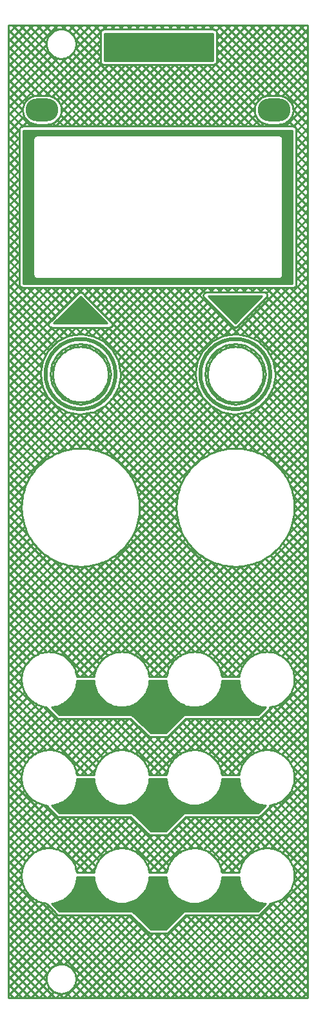
<source format=gtl>
G04 DipTrace 3.1.0.0*
G04 uO_c_panel.GTL*
%MOIN*%
G04 #@! TF.FileFunction,Copper,L1,Top*
G04 #@! TF.Part,Single*
G04 #@! TA.AperFunction,CopperBalancing*
%ADD13C,0.01*%
G04 #@! TA.AperFunction,Nonconductor*
%ADD14C,0.02*%
G04 #@! TA.AperFunction,ComponentPad*
%ADD15O,0.169291X0.11811*%
%FSLAX26Y26*%
G04*
G70*
G90*
G75*
G01*
G04 Top*
%LPD*%
X456719Y5431348D2*
D13*
X415701Y5390329D1*
X499146Y5431348D2*
X415701Y5347903D1*
X541572Y5431348D2*
X415701Y5305476D1*
X583999Y5431348D2*
X415701Y5263050D1*
X626425Y5431348D2*
X415701Y5220623D1*
X668852Y5431348D2*
X415701Y5178197D1*
X711278Y5431348D2*
X691900Y5411970D1*
X610273Y5330344D2*
X415701Y5135770D1*
X753705Y5431348D2*
X724921Y5402566D1*
X619678Y5297323D2*
X415701Y5093344D1*
X796130Y5431348D2*
X747903Y5383119D1*
X639123Y5274341D2*
X415701Y5050917D1*
X838556Y5431348D2*
X762003Y5354794D1*
X667463Y5260255D2*
X415701Y5008491D1*
X880983Y5431348D2*
X760207Y5310572D1*
X711685Y5262050D2*
X415701Y4966064D1*
X923409Y5431348D2*
X901063Y5409001D1*
X891058Y5398996D2*
X560740Y5068678D1*
X487606Y4995545D2*
X415701Y4923638D1*
X965836Y5431348D2*
X944580Y5410092D1*
X889967Y5355479D2*
X603207Y5068719D1*
X494969Y4960480D2*
X415701Y4881213D1*
X1008262Y5431348D2*
X987007Y5410092D1*
X889982Y5313067D2*
X640856Y5063941D1*
X513378Y4936463D2*
X486978Y4910063D1*
X471255Y4894340D2*
X415701Y4838786D1*
X1050689Y5431348D2*
X1029433Y5410092D1*
X889982Y5270640D2*
X666751Y5047409D1*
X540819Y4921479D2*
X529432Y4910091D1*
X471214Y4851873D2*
X415701Y4796360D1*
X1093115Y5431348D2*
X1071860Y5410092D1*
X894110Y5232343D2*
X683724Y5021957D1*
X580167Y4918399D2*
X571857Y4910091D1*
X471214Y4809446D2*
X415701Y4753933D1*
X1135542Y5431348D2*
X1114286Y5410092D1*
X931634Y5227440D2*
X688378Y4984185D1*
X623283Y4919089D2*
X614283Y4910091D1*
X471214Y4767020D2*
X415701Y4711507D1*
X1177969Y5431348D2*
X1156713Y5410092D1*
X974060Y5227440D2*
X656710Y4910091D1*
X471214Y4724593D2*
X415701Y4669080D1*
X1220395Y5431348D2*
X1199139Y5410092D1*
X1016487Y5227440D2*
X699136Y4910091D1*
X471214Y4682167D2*
X415701Y4626654D1*
X1262822Y5431348D2*
X1241566Y5410092D1*
X1058913Y5227440D2*
X741563Y4910091D1*
X471214Y4639740D2*
X415701Y4584227D1*
X1305248Y5431348D2*
X1283991Y5410092D1*
X1101340Y5227440D2*
X783990Y4910091D1*
X471214Y4597314D2*
X415701Y4541801D1*
X1347673Y5431348D2*
X1326417Y5410092D1*
X1143766Y5227440D2*
X826416Y4910091D1*
X471214Y4554887D2*
X415701Y4499374D1*
X1390100Y5431348D2*
X1368844Y5410092D1*
X1186193Y5227440D2*
X868843Y4910091D1*
X471214Y4512462D2*
X415701Y4456948D1*
X1432526Y5431348D2*
X1411270Y5410092D1*
X1228619Y5227440D2*
X911269Y4910091D1*
X471214Y4470035D2*
X415701Y4414521D1*
X1474953Y5431348D2*
X1453697Y5410092D1*
X1271046Y5227440D2*
X953696Y4910091D1*
X471214Y4427609D2*
X415701Y4372096D1*
X1517379Y5431348D2*
X1488693Y5402661D1*
X1313471Y5227440D2*
X996122Y4910091D1*
X471214Y4385182D2*
X415701Y4329669D1*
X1559806Y5431348D2*
X1490890Y5362432D1*
X1355898Y5227440D2*
X1038549Y4910091D1*
X471214Y4342756D2*
X415701Y4287243D1*
X1602232Y5431348D2*
X1490890Y5320005D1*
X1398324Y5227440D2*
X1080975Y4910091D1*
X471214Y4300329D2*
X415701Y4244816D1*
X1644659Y5431348D2*
X1490875Y5277564D1*
X1440751Y5227440D2*
X1123400Y4910091D1*
X471214Y4257903D2*
X415701Y4202390D1*
X1687085Y5431348D2*
X1165827Y4910091D1*
X471214Y4215476D2*
X415701Y4159963D1*
X1729512Y5431348D2*
X1208253Y4910091D1*
X471214Y4173050D2*
X415701Y4117537D1*
X1771938Y5431348D2*
X1250680Y4910091D1*
X471214Y4130623D2*
X415701Y4075110D1*
X1814365Y5431348D2*
X1293106Y4910091D1*
X471862Y4088846D2*
X415701Y4032684D1*
X1856791Y5431348D2*
X1335533Y4910091D1*
X503352Y4077908D2*
X415701Y3990257D1*
X1899217Y5431348D2*
X1377959Y4910091D1*
X545777Y4077908D2*
X415701Y3947831D1*
X1941643Y5431348D2*
X1420386Y4910091D1*
X588203Y4077908D2*
X415701Y3905404D1*
X1958907Y5406185D2*
X1462812Y4910091D1*
X630630Y4077908D2*
X415701Y3862979D1*
X1958907Y5363759D2*
X1505239Y4910091D1*
X673056Y4077908D2*
X415701Y3820552D1*
X1958907Y5321332D2*
X1547665Y4910091D1*
X715483Y4077908D2*
X415701Y3778126D1*
X1958907Y5278906D2*
X1747382Y5067381D1*
X1686885Y5006885D2*
X1590092Y4910091D1*
X757909Y4077908D2*
X415701Y3735699D1*
X1958907Y5236479D2*
X1791147Y5068719D1*
X1689979Y4967551D2*
X1632518Y4910091D1*
X800336Y4077908D2*
X415701Y3693273D1*
X1958907Y5194052D2*
X1831213Y5066358D1*
X1706220Y4941366D2*
X1674945Y4910091D1*
X842762Y4077908D2*
X806542Y4041689D1*
X636514Y3871660D2*
X415701Y3650846D1*
X1958907Y5151627D2*
X1859428Y5052147D1*
X1731396Y4924117D2*
X1717370Y4910091D1*
X885189Y4077908D2*
X827756Y4020475D1*
X678940Y3871660D2*
X415701Y3608420D1*
X1958907Y5109201D2*
X1878542Y5028835D1*
X1768105Y4918399D2*
X1759797Y4910091D1*
X927615Y4077908D2*
X848969Y3999262D1*
X721366Y3871660D2*
X415701Y3565993D1*
X1958907Y5066774D2*
X1887063Y4994929D1*
X1810531Y4918399D2*
X1802223Y4910091D1*
X970042Y4077908D2*
X870182Y3978049D1*
X763793Y3871660D2*
X718155Y3826021D1*
X592789Y3700656D2*
X415701Y3523567D1*
X1958907Y5024348D2*
X1844650Y4910091D1*
X1012469Y4077908D2*
X891395Y3956836D1*
X806219Y3871660D2*
X771035Y3836476D1*
X582335Y3647774D2*
X415701Y3481140D1*
X1958907Y4981921D2*
X1887076Y4910091D1*
X1054895Y4077908D2*
X912609Y3935622D1*
X848646Y3871660D2*
X812302Y3835316D1*
X758945Y3781959D2*
X743290Y3766303D1*
X650642Y3673656D2*
X636850Y3659865D1*
X583495Y3606509D2*
X415701Y3438714D1*
X1958907Y4939495D2*
X1903400Y4883988D1*
X1097322Y4077908D2*
X933822Y3914409D1*
X891072Y3871660D2*
X848913Y3829501D1*
X803126Y3783714D2*
X792801Y3773388D1*
X643543Y3624131D2*
X635083Y3615671D1*
X589308Y3569896D2*
X415701Y3396287D1*
X1958907Y4897068D2*
X1903400Y4841562D1*
X1139747Y4077908D2*
X953143Y3891304D1*
X933499Y3871660D2*
X877736Y3815898D1*
X838577Y3776739D2*
X829247Y3767408D1*
X649537Y3587698D2*
X642071Y3580232D1*
X602912Y3541073D2*
X415701Y3353862D1*
X1958907Y4854642D2*
X1903400Y4799135D1*
X1182173Y4077908D2*
X905841Y3801576D1*
X866682Y3762417D2*
X858927Y3754661D1*
X662270Y3558005D2*
X656392Y3552127D1*
X617234Y3512969D2*
X415701Y3311436D1*
X1958907Y4812215D2*
X1903400Y4756709D1*
X1224600Y4077908D2*
X927993Y3781302D1*
X890672Y3743980D2*
X883579Y3736887D1*
X680045Y3533353D2*
X674816Y3528125D1*
X637508Y3490816D2*
X415701Y3269009D1*
X1958907Y4769789D2*
X1903400Y4714282D1*
X1267026Y4077908D2*
X949207Y3760089D1*
X911885Y3722766D2*
X903714Y3714597D1*
X702336Y3513218D2*
X696030Y3506912D1*
X658722Y3469604D2*
X415701Y3226583D1*
X1958907Y4727362D2*
X1903400Y4671856D1*
X1309453Y4077908D2*
X965559Y3734014D1*
X926386Y3694841D2*
X919182Y3687638D1*
X729308Y3497764D2*
X723969Y3492424D1*
X684797Y3453252D2*
X415701Y3184156D1*
X1958907Y4684936D2*
X1903400Y4629429D1*
X1351879Y4077908D2*
X979866Y3705896D1*
X937034Y3663063D2*
X929001Y3655031D1*
X761915Y3487944D2*
X755747Y3481776D1*
X712900Y3438930D2*
X415701Y3141730D1*
X1958907Y4642509D2*
X1903400Y4587004D1*
X1394306Y4077908D2*
X988622Y3672226D1*
X941192Y3624794D2*
X930189Y3613793D1*
X803154Y3486756D2*
X794003Y3477605D1*
X746571Y3430173D2*
X415701Y3099303D1*
X1958907Y4600084D2*
X1903400Y4544577D1*
X1436732Y4077908D2*
X994423Y3635600D1*
X927243Y3568419D2*
X899916Y3541093D1*
X875853Y3517029D2*
X850391Y3491568D1*
X783211Y3424387D2*
X415701Y3056877D1*
X1958907Y4557657D2*
X1903400Y4502151D1*
X1479159Y4077908D2*
X1455092Y4053843D1*
X1426567Y4025318D2*
X987724Y3586475D1*
X832336Y3431085D2*
X415701Y3014450D1*
X1958907Y4515231D2*
X1903400Y4459724D1*
X1521585Y4077908D2*
X1497518Y4053843D1*
X1447781Y4004104D2*
X956609Y3512933D1*
X905877Y3462201D2*
X669596Y3225920D1*
X505382Y3061705D2*
X415701Y2972024D1*
X1958907Y4472804D2*
X1903400Y4417298D1*
X1564012Y4077908D2*
X1539945Y4053843D1*
X1468993Y3982891D2*
X730459Y3244357D1*
X486944Y3000841D2*
X415701Y2929597D1*
X1958907Y4430378D2*
X1903400Y4374871D1*
X1606438Y4077908D2*
X1582371Y4053843D1*
X1490207Y3961678D2*
X778203Y3249673D1*
X481627Y2953097D2*
X415701Y2887171D1*
X1958907Y4387951D2*
X1903400Y4332445D1*
X1648865Y4077908D2*
X1624798Y4053843D1*
X1511420Y3940465D2*
X819193Y3248238D1*
X483063Y2912108D2*
X415701Y2844744D1*
X1958907Y4345525D2*
X1903400Y4290018D1*
X1691290Y4077908D2*
X1667224Y4053843D1*
X1532634Y3919252D2*
X855639Y3242257D1*
X489058Y2875675D2*
X415701Y2802319D1*
X1958907Y4303098D2*
X1903400Y4247592D1*
X1733717Y4077908D2*
X1709651Y4053843D1*
X1553846Y3898038D2*
X888592Y3232783D1*
X498517Y2842709D2*
X415701Y2759892D1*
X1958907Y4260672D2*
X1903400Y4205165D1*
X1776143Y4077908D2*
X1748210Y4049975D1*
X1575060Y3876825D2*
X1527874Y3829639D1*
X1389168Y3690933D2*
X918685Y3220450D1*
X510865Y2812630D2*
X415701Y2717466D1*
X1958907Y4218245D2*
X1903400Y4162739D1*
X1818570Y4077908D2*
X1578283Y3837622D1*
X1499501Y3758840D2*
X1459967Y3719306D1*
X1381185Y3640525D2*
X946265Y3205604D1*
X525711Y2785050D2*
X415701Y2675039D1*
X1958907Y4175819D2*
X1903400Y4120312D1*
X1860996Y4077908D2*
X1617560Y3834474D1*
X1566193Y3783106D2*
X1551933Y3768845D1*
X1448084Y3664997D2*
X1435702Y3652614D1*
X1384320Y3601232D2*
X971552Y3188465D1*
X542836Y2759748D2*
X415701Y2632613D1*
X1958907Y4133392D2*
X1653606Y3828093D1*
X1608399Y3782885D2*
X1598585Y3773071D1*
X1443858Y3618344D2*
X1435923Y3610408D1*
X1390715Y3565201D2*
X994699Y3169185D1*
X562130Y2736615D2*
X415701Y2590186D1*
X1958907Y4090966D2*
X1681781Y3813840D1*
X1642622Y3774681D2*
X1633871Y3765930D1*
X1451012Y3583072D2*
X1444126Y3576186D1*
X1404967Y3537028D2*
X1015734Y3147793D1*
X583508Y2715568D2*
X415701Y2547760D1*
X1958907Y4048541D2*
X1709636Y3799270D1*
X1670727Y3760360D2*
X1662764Y3752396D1*
X1464533Y3554167D2*
X1458448Y3548081D1*
X1419538Y3509171D2*
X1034681Y3124314D1*
X606987Y2696619D2*
X415701Y2505333D1*
X1958907Y4006114D2*
X1731043Y3778249D1*
X1693722Y3740928D2*
X1686752Y3733959D1*
X1482984Y3530190D2*
X1477879Y3525087D1*
X1440558Y3487764D2*
X1051461Y3098668D1*
X632647Y2679853D2*
X415701Y2462907D1*
X1958907Y3963688D2*
X1752256Y3757037D1*
X1714134Y3718913D2*
X1706239Y3711020D1*
X1505924Y3510703D2*
X1499894Y3504675D1*
X1461770Y3466551D2*
X1065921Y3070701D1*
X660613Y2665394D2*
X415701Y2420480D1*
X1958907Y3921261D2*
X1767614Y3729967D1*
X1728441Y3690795D2*
X1720975Y3683329D1*
X1533614Y3495969D2*
X1527999Y3490353D1*
X1488840Y3451194D2*
X1077825Y3040180D1*
X691135Y2653490D2*
X415701Y2378054D1*
X1958907Y3878835D2*
X1781936Y3701864D1*
X1737874Y3657802D2*
X1729828Y3649756D1*
X1567188Y3487115D2*
X1561007Y3480933D1*
X1516945Y3436871D2*
X1086776Y3006702D1*
X724598Y2644526D2*
X415701Y2335627D1*
X1958907Y3836408D2*
X1789462Y3666963D1*
X1740042Y3617543D2*
X1729178Y3606680D1*
X1610264Y3487764D2*
X1601264Y3478765D1*
X1551844Y3429345D2*
X1092119Y2969621D1*
X761680Y2639181D2*
X415701Y2293201D1*
X1958907Y3793982D2*
X1794517Y3629592D1*
X1720900Y3555975D2*
X1662832Y3497907D1*
X1589217Y3424290D2*
X1092672Y2927747D1*
X803554Y2638629D2*
X415701Y2250776D1*
X1958907Y3751555D2*
X1786576Y3579224D1*
X1639584Y3432232D2*
X1085878Y2878526D1*
X852776Y2645424D2*
X415701Y2208349D1*
X1958907Y3709129D2*
X1479772Y3229993D1*
X1301319Y3051541D2*
X1063697Y2813919D1*
X917395Y2667617D2*
X415701Y2165923D1*
X1958907Y3666702D2*
X1537902Y3245697D1*
X1285615Y2993411D2*
X415701Y2123496D1*
X1958907Y3624276D2*
X1584444Y3249812D1*
X1281487Y2946856D2*
X415701Y2081070D1*
X1958907Y3581849D2*
X1624688Y3247630D1*
X1283682Y2906625D2*
X562605Y2185547D1*
X495769Y2118711D2*
X415701Y2038643D1*
X1958907Y3539423D2*
X1660567Y3241084D1*
X1290215Y2870731D2*
X619491Y2200007D1*
X481295Y2061812D2*
X415701Y1996217D1*
X1958907Y3496997D2*
X1693092Y3231181D1*
X1300131Y2838220D2*
X658244Y2196333D1*
X484970Y2023059D2*
X415701Y1953790D1*
X1958907Y3454571D2*
X1722798Y3218462D1*
X1312850Y2808513D2*
X689400Y2185064D1*
X496239Y1991902D2*
X415701Y1911364D1*
X1958907Y3412144D2*
X1750033Y3203270D1*
X1328042Y2781280D2*
X715227Y2168463D1*
X512839Y1966076D2*
X415701Y1868937D1*
X1958907Y3369718D2*
X1775017Y3185827D1*
X1345486Y2756295D2*
X736482Y2147291D1*
X534010Y1944822D2*
X415701Y1826510D1*
X1958907Y3327291D2*
X1797845Y3166230D1*
X1365068Y2733453D2*
X753151Y2121534D1*
X559782Y1928165D2*
X415701Y1784084D1*
X1958907Y3284865D2*
X1818589Y3144547D1*
X1386752Y2712709D2*
X764517Y2090475D1*
X590828Y1916786D2*
X415701Y1741657D1*
X1958907Y3242438D2*
X1837234Y3120765D1*
X1410547Y2694079D2*
X789058Y2072589D1*
X618546Y1902077D2*
X415701Y1699232D1*
X1958907Y3200012D2*
X1853682Y3094787D1*
X1436525Y2677630D2*
X949690Y2190795D1*
X865522Y2106627D2*
X831484Y2072589D1*
X639760Y1880865D2*
X415701Y1656806D1*
X1958907Y3157585D2*
X1867797Y3066475D1*
X1464837Y2663516D2*
X1001453Y2200131D1*
X660972Y1859651D2*
X415701Y1614379D1*
X1958907Y3115159D2*
X1879301Y3035552D1*
X1495745Y2651997D2*
X1038686Y2194938D1*
X696659Y1852911D2*
X415701Y1571953D1*
X1958907Y3072732D2*
X1887794Y3001621D1*
X1529692Y2643517D2*
X1068890Y2182717D1*
X739085Y1852911D2*
X567949Y1681776D1*
X493283Y1607109D2*
X415701Y1529526D1*
X1958907Y3030306D2*
X1892546Y2963945D1*
X1567367Y2638766D2*
X1093957Y2165356D1*
X781512Y1852911D2*
X622446Y1693845D1*
X481213Y1552612D2*
X415701Y1487100D1*
X1958907Y2987881D2*
X1892241Y2921214D1*
X1610097Y2639071D2*
X1114479Y2143453D1*
X823938Y1852911D2*
X660550Y1689522D1*
X485535Y1514508D2*
X415701Y1444673D1*
X1958907Y2945454D2*
X1883996Y2870543D1*
X1660769Y2647315D2*
X1130375Y2116921D1*
X866365Y1852911D2*
X691293Y1677839D1*
X497206Y1483752D2*
X415701Y1402247D1*
X1958907Y2903028D2*
X1857535Y2801655D1*
X1729656Y2673777D2*
X1140734Y2084853D1*
X908791Y1852911D2*
X716801Y1660921D1*
X514123Y1458244D2*
X415701Y1359820D1*
X1958907Y2860601D2*
X1170896Y2072589D1*
X951218Y1852911D2*
X737752Y1639445D1*
X535613Y1437307D2*
X415701Y1317394D1*
X1958907Y2818175D2*
X1335008Y2194276D1*
X1237030Y2096297D2*
X1213323Y2072589D1*
X993644Y1852911D2*
X754089Y1613357D1*
X561688Y1420955D2*
X415701Y1274967D1*
X1958907Y2775748D2*
X1383097Y2199938D1*
X1036071Y1852911D2*
X765055Y1581896D1*
X593163Y1410003D2*
X415701Y1232541D1*
X1958907Y2733322D2*
X1418963Y2193378D1*
X1061331Y1835744D2*
X791930Y1566345D1*
X619983Y1394396D2*
X415701Y1190114D1*
X1958907Y2690895D2*
X1448256Y2180244D1*
X1083220Y1815209D2*
X954178Y1686167D1*
X863892Y1595881D2*
X834357Y1566345D1*
X641196Y1373184D2*
X415701Y1147689D1*
X1958907Y2648469D2*
X1472563Y2162125D1*
X1105123Y1794685D2*
X1004270Y1693832D1*
X662409Y1351970D2*
X415701Y1105262D1*
X1958907Y2606042D2*
X1492367Y2139503D1*
X1127014Y1774150D2*
X1040924Y1688059D1*
X699518Y1346654D2*
X415701Y1062836D1*
X1958907Y2563615D2*
X1507449Y2112157D1*
X1154442Y1759151D2*
X1070741Y1675450D1*
X741945Y1346654D2*
X572879Y1177588D1*
X491211Y1095920D2*
X415701Y1020409D1*
X1958907Y2521189D2*
X1516757Y2079039D1*
X1196869Y1759151D2*
X1095490Y1657772D1*
X784371Y1346654D2*
X625346Y1187629D1*
X481172Y1043454D2*
X415701Y977983D1*
X1958907Y2478762D2*
X1552734Y2072589D1*
X1333055Y1852911D2*
X1115709Y1635564D1*
X826798Y1346654D2*
X662828Y1182685D1*
X486130Y1005986D2*
X415701Y935556D1*
X1958907Y2436337D2*
X1719235Y2196665D1*
X1609642Y2087071D2*
X1595160Y2072589D1*
X1375482Y1852911D2*
X1131260Y1608689D1*
X869223Y1346654D2*
X693171Y1170600D1*
X498199Y975630D2*
X415701Y893130D1*
X1958907Y2393911D2*
X1764451Y2199454D1*
X1417908Y1852911D2*
X1141189Y1576193D1*
X911650Y1346654D2*
X718361Y1153365D1*
X515436Y950438D2*
X415701Y850703D1*
X1958907Y2351484D2*
X1799060Y2191638D1*
X1460335Y1852911D2*
X1173769Y1566345D1*
X954076Y1346654D2*
X739008Y1131585D1*
X537228Y929806D2*
X415701Y808277D1*
X1958907Y2309058D2*
X1827483Y2177634D1*
X1502761Y1852911D2*
X1338986Y1689136D1*
X1235925Y1586075D2*
X1216196Y1566345D1*
X996503Y1346654D2*
X755014Y1105165D1*
X563635Y913785D2*
X415701Y765850D1*
X1958907Y2266631D2*
X1851058Y2158782D1*
X1545188Y1852911D2*
X1385790Y1693514D1*
X1038929Y1346654D2*
X765552Y1073277D1*
X595524Y903248D2*
X415701Y723424D1*
X1958907Y2224205D2*
X1870131Y2135428D1*
X1587614Y1852911D2*
X1421118Y1686416D1*
X1062808Y1328105D2*
X794790Y1060087D1*
X621419Y886717D2*
X415701Y680997D1*
X1958907Y2181778D2*
X1884383Y2107255D1*
X1630041Y1852911D2*
X1450037Y1672908D1*
X1084698Y1307570D2*
X958419Y1181290D1*
X862512Y1085383D2*
X837217Y1060087D1*
X642633Y865503D2*
X415701Y638571D1*
X1958907Y2139352D2*
X1892559Y2073004D1*
X1672467Y1852911D2*
X1474041Y1654486D1*
X1106602Y1287046D2*
X1007046Y1187491D1*
X663860Y844303D2*
X415701Y596146D1*
X1958907Y2096925D2*
X1890543Y2028562D1*
X1777745Y1915764D2*
X1493541Y1631559D1*
X1128492Y1266510D2*
X1043119Y1181138D1*
X702391Y840409D2*
X415701Y553719D1*
X1958907Y2054499D2*
X1508277Y1603869D1*
X1157315Y1252907D2*
X1072550Y1168142D1*
X744818Y840409D2*
X415701Y511293D1*
X1958907Y2012072D2*
X1517130Y1570295D1*
X1199741Y1252907D2*
X1096995Y1150160D1*
X787244Y840409D2*
X415701Y468866D1*
X1958907Y1969646D2*
X1555606Y1566345D1*
X1335915Y1346654D2*
X1116909Y1127650D1*
X829671Y840409D2*
X415701Y426440D1*
X1958907Y1927219D2*
X1722867Y1691180D1*
X1608869Y1577181D2*
X1598033Y1566345D1*
X1378341Y1346654D2*
X1132130Y1100442D1*
X872096Y840409D2*
X447396Y415709D1*
X1958907Y1884794D2*
X1767034Y1692920D1*
X1420766Y1346654D2*
X1141617Y1067504D1*
X914522Y840409D2*
X656600Y582487D1*
X616930Y542816D2*
X489823Y415709D1*
X1958907Y1842367D2*
X1801146Y1684606D1*
X1463193Y1346654D2*
X1176627Y1060087D1*
X956949Y840409D2*
X704081Y587541D1*
X611890Y495349D2*
X532249Y415709D1*
X1958907Y1799941D2*
X1829223Y1670257D1*
X1505619Y1346654D2*
X1342811Y1183845D1*
X1234972Y1076005D2*
X1219054Y1060087D1*
X999375Y840409D2*
X733332Y574366D1*
X625064Y466098D2*
X574675Y415709D1*
X1958907Y1757514D2*
X1852495Y1651101D1*
X1548046Y1346654D2*
X1388442Y1187049D1*
X1041802Y840409D2*
X753537Y552144D1*
X647273Y445879D2*
X617101Y415709D1*
X1958907Y1715088D2*
X1871262Y1627444D1*
X1590472Y1346654D2*
X1423244Y1179425D1*
X1064286Y820466D2*
X764075Y520256D1*
X679161Y435341D2*
X659528Y415709D1*
X1958907Y1672661D2*
X1885156Y1598911D1*
X1632899Y1346654D2*
X1451806Y1165559D1*
X1086176Y799930D2*
X701954Y415709D1*
X1958907Y1630235D2*
X1892836Y1564163D1*
X1675325Y1346654D2*
X1475504Y1146832D1*
X1108080Y779407D2*
X744381Y415709D1*
X1958907Y1587808D2*
X1889741Y1518643D1*
X1781419Y1410320D2*
X1494701Y1123602D1*
X1129983Y758885D2*
X786807Y415709D1*
X1958907Y1545382D2*
X1509092Y1095567D1*
X1160188Y746663D2*
X829234Y415709D1*
X1958907Y1502955D2*
X1517448Y1061496D1*
X1202614Y746663D2*
X871660Y415709D1*
X1958907Y1460529D2*
X1558465Y1060087D1*
X1338787Y840409D2*
X914087Y415709D1*
X1958907Y1418102D2*
X1726388Y1185585D1*
X1608219Y1067415D2*
X1600891Y1060087D1*
X1381214Y840409D2*
X956513Y415709D1*
X1958907Y1375676D2*
X1769589Y1186358D1*
X1423639Y840409D2*
X998940Y415709D1*
X1958907Y1333251D2*
X1803218Y1177560D1*
X1466066Y840409D2*
X1041366Y415709D1*
X1958907Y1290824D2*
X1830936Y1162853D1*
X1508492Y840409D2*
X1083791Y415709D1*
X1958907Y1248398D2*
X1853903Y1143394D1*
X1550919Y840409D2*
X1126218Y415709D1*
X1958907Y1205971D2*
X1872354Y1119417D1*
X1593345Y840409D2*
X1168644Y415709D1*
X1958907Y1163545D2*
X1885888Y1090526D1*
X1635772Y840409D2*
X1211071Y415709D1*
X1958907Y1121118D2*
X1893056Y1055268D1*
X1678198Y840409D2*
X1253497Y415709D1*
X1958907Y1078692D2*
X1888803Y1008587D1*
X1785217Y905001D2*
X1295924Y415709D1*
X1958907Y1036265D2*
X1338350Y415709D1*
X1958907Y993839D2*
X1380777Y415709D1*
X1958907Y951412D2*
X1423203Y415709D1*
X1958907Y908986D2*
X1465630Y415709D1*
X1958907Y866559D2*
X1508056Y415709D1*
X1958907Y824133D2*
X1550483Y415709D1*
X1958907Y781707D2*
X1592909Y415709D1*
X1958907Y739281D2*
X1635335Y415709D1*
X1958907Y696854D2*
X1677761Y415709D1*
X1958907Y654428D2*
X1720188Y415709D1*
X1958907Y612001D2*
X1762614Y415709D1*
X1958907Y569575D2*
X1805041Y415709D1*
X1958907Y527148D2*
X1847467Y415709D1*
X1958907Y484722D2*
X1889894Y415709D1*
X1958907Y442295D2*
X1932320Y415709D1*
X1917895Y5431348D2*
X1958913Y5390329D1*
X1875469Y5431348D2*
X1958913Y5347903D1*
X1833042Y5431348D2*
X1958913Y5305476D1*
X1790615Y5431348D2*
X1958913Y5263050D1*
X1748189Y5431348D2*
X1958913Y5220623D1*
X1705762Y5431348D2*
X1958913Y5178197D1*
X1663336Y5431348D2*
X1958913Y5135770D1*
X1620909Y5431348D2*
X1958913Y5093344D1*
X1578484Y5431348D2*
X1958913Y5050917D1*
X1536058Y5431348D2*
X1958913Y5008491D1*
X1493631Y5431348D2*
X1958913Y4966064D1*
X1451205Y5431348D2*
X1472461Y5410092D1*
X1490903Y5391650D2*
X1813874Y5068678D1*
X1887008Y4995545D2*
X1958913Y4923638D1*
X1408778Y5431348D2*
X1430034Y5410092D1*
X1490890Y5349236D2*
X1771407Y5068719D1*
X1879646Y4960480D2*
X1958913Y4881213D1*
X1366352Y5431348D2*
X1387608Y5410092D1*
X1490890Y5306810D2*
X1733759Y5063941D1*
X1861236Y4936463D2*
X1887636Y4910063D1*
X1903360Y4894340D2*
X1958913Y4838786D1*
X1323925Y5431348D2*
X1345181Y5410092D1*
X1490875Y5264398D2*
X1707864Y5047409D1*
X1833795Y4921479D2*
X1845182Y4910091D1*
X1903400Y4851873D2*
X1958913Y4796360D1*
X1281499Y5431348D2*
X1302755Y5410092D1*
X1483280Y5229567D2*
X1690890Y5021957D1*
X1794448Y4918399D2*
X1802757Y4910091D1*
X1903400Y4809446D2*
X1958913Y4753933D1*
X1239072Y5431348D2*
X1260328Y5410092D1*
X1442980Y5227440D2*
X1686236Y4984185D1*
X1751331Y4919089D2*
X1760331Y4910091D1*
X1903400Y4767020D2*
X1958913Y4711507D1*
X1196646Y5431348D2*
X1217902Y5410092D1*
X1400554Y5227440D2*
X1717904Y4910091D1*
X1903400Y4724593D2*
X1958913Y4669080D1*
X1154219Y5431348D2*
X1175475Y5410092D1*
X1358127Y5227440D2*
X1675478Y4910091D1*
X1903400Y4682167D2*
X1958913Y4626654D1*
X1111793Y5431348D2*
X1133049Y5410092D1*
X1315701Y5227440D2*
X1633051Y4910091D1*
X1903400Y4639740D2*
X1958913Y4584227D1*
X1069366Y5431348D2*
X1090623Y5410092D1*
X1273274Y5227440D2*
X1590625Y4910091D1*
X1903400Y4597314D2*
X1958913Y4541801D1*
X1026941Y5431348D2*
X1048197Y5410092D1*
X1230848Y5227440D2*
X1548198Y4910091D1*
X1903400Y4554887D2*
X1958913Y4499374D1*
X984514Y5431348D2*
X1005770Y5410092D1*
X1188421Y5227440D2*
X1505772Y4910091D1*
X1903400Y4512462D2*
X1958913Y4456948D1*
X942088Y5431348D2*
X963344Y5410092D1*
X1145995Y5227440D2*
X1463345Y4910091D1*
X1903400Y4470035D2*
X1958913Y4414521D1*
X899661Y5431348D2*
X920917Y5410092D1*
X1103568Y5227440D2*
X1420919Y4910091D1*
X1903400Y4427609D2*
X1958913Y4372096D1*
X857235Y5431348D2*
X890367Y5398215D1*
X1061143Y5227440D2*
X1378492Y4910091D1*
X1903400Y4385182D2*
X1958913Y4329669D1*
X814808Y5431348D2*
X889967Y5356189D1*
X1018717Y5227440D2*
X1336066Y4910091D1*
X1903400Y4342756D2*
X1958913Y4287243D1*
X772382Y5431348D2*
X889982Y5313749D1*
X976290Y5227440D2*
X1293639Y4910091D1*
X1903400Y4300329D2*
X1958913Y4244816D1*
X729955Y5431348D2*
X889982Y5271323D1*
X933864Y5227440D2*
X1251214Y4910091D1*
X1903400Y4257903D2*
X1958913Y4202390D1*
X687529Y5431348D2*
X710705Y5408172D1*
X760539Y5358337D2*
X1208787Y4910091D1*
X1903400Y4215476D2*
X1958913Y4159963D1*
X645102Y5431348D2*
X666953Y5409499D1*
X761865Y5314585D2*
X1166361Y4910091D1*
X1903400Y4173050D2*
X1958913Y4117537D1*
X602676Y5431348D2*
X638765Y5395260D1*
X747613Y5286412D2*
X1123934Y4910091D1*
X1903400Y4130623D2*
X1958913Y4075110D1*
X560249Y5431348D2*
X619458Y5372140D1*
X724507Y5267091D2*
X1081508Y4910091D1*
X1902752Y4088846D2*
X1958913Y4032684D1*
X517823Y5431348D2*
X610245Y5338925D1*
X691293Y5257879D2*
X1039081Y4910091D1*
X1871262Y4077908D2*
X1958913Y3990257D1*
X475398Y5431348D2*
X996655Y4910091D1*
X1828837Y4077908D2*
X1958913Y3947831D1*
X432971Y5431348D2*
X954228Y4910091D1*
X1786411Y4077908D2*
X1958913Y3905404D1*
X415707Y5406185D2*
X911802Y4910091D1*
X1743984Y4077908D2*
X1958913Y3862979D1*
X415707Y5363759D2*
X869375Y4910091D1*
X1701558Y4077908D2*
X1725623Y4053843D1*
X1750875Y4028591D2*
X1958913Y3820552D1*
X415707Y5321332D2*
X826949Y4910091D1*
X1659131Y4077908D2*
X1683197Y4053843D1*
X1729883Y4007156D2*
X1958913Y3778126D1*
X415707Y5278906D2*
X627232Y5067381D1*
X687730Y5006885D2*
X784522Y4910091D1*
X1616705Y4077908D2*
X1640770Y4053843D1*
X1708669Y3985944D2*
X1958913Y3735699D1*
X415707Y5236479D2*
X583467Y5068719D1*
X684635Y4967551D2*
X742096Y4910091D1*
X1574278Y4077908D2*
X1598345Y4053843D1*
X1687457Y3964730D2*
X1958913Y3693273D1*
X415707Y5194052D2*
X543402Y5066358D1*
X668394Y4941366D2*
X699669Y4910091D1*
X1531852Y4077908D2*
X1555919Y4053843D1*
X1666243Y3943517D2*
X1958913Y3650846D1*
X415707Y5151627D2*
X515186Y5052147D1*
X643218Y4924117D2*
X657244Y4910091D1*
X1489425Y4077908D2*
X1513492Y4053843D1*
X1645030Y3922303D2*
X1958913Y3608420D1*
X415707Y5109201D2*
X496072Y5028835D1*
X606509Y4918399D2*
X614818Y4910091D1*
X1446999Y4077908D2*
X1471066Y4053843D1*
X1623818Y3901091D2*
X1958913Y3565993D1*
X415707Y5066774D2*
X487551Y4994929D1*
X564083Y4918399D2*
X572391Y4910091D1*
X1404572Y4077908D2*
X1430089Y4052392D1*
X1602604Y3879877D2*
X1656459Y3826021D1*
X1781825Y3700656D2*
X1958913Y3523567D1*
X415707Y5024348D2*
X529965Y4910091D1*
X1362146Y4077908D2*
X1603579Y3836476D1*
X1792280Y3647774D2*
X1958913Y3481140D1*
X415707Y4981921D2*
X487538Y4910091D1*
X1319719Y4077908D2*
X1562312Y3835316D1*
X1615669Y3781959D2*
X1631324Y3766303D1*
X1723972Y3673656D2*
X1737764Y3659865D1*
X1791119Y3606509D2*
X1958913Y3438714D1*
X415707Y4939495D2*
X471214Y4883988D1*
X1277293Y4077908D2*
X1525701Y3829501D1*
X1571475Y3783727D2*
X1581814Y3773388D1*
X1731071Y3624131D2*
X1739531Y3615671D1*
X1785306Y3569896D2*
X1958913Y3396287D1*
X415707Y4897068D2*
X471214Y4841562D1*
X1234867Y4077908D2*
X1496878Y3815898D1*
X1536037Y3776739D2*
X1545367Y3767408D1*
X1725077Y3587698D2*
X1732543Y3580232D1*
X1771702Y3541073D2*
X1958913Y3353862D1*
X415707Y4854642D2*
X471214Y4799135D1*
X1192441Y4077908D2*
X1468773Y3801576D1*
X1507932Y3762417D2*
X1515688Y3754661D1*
X1712344Y3558005D2*
X1718222Y3552127D1*
X1757381Y3512969D2*
X1958913Y3311436D1*
X415707Y4812215D2*
X471214Y4756709D1*
X1150014Y4077908D2*
X1446621Y3781302D1*
X1483942Y3743980D2*
X1491035Y3736887D1*
X1694570Y3533353D2*
X1699798Y3528125D1*
X1737106Y3490816D2*
X1958913Y3269009D1*
X415707Y4769789D2*
X471214Y4714282D1*
X1107588Y4077908D2*
X1425407Y3760089D1*
X1462730Y3722766D2*
X1470900Y3714597D1*
X1672278Y3513218D2*
X1678584Y3506912D1*
X1715892Y3469604D2*
X1958913Y3226583D1*
X415707Y4727362D2*
X471214Y4671856D1*
X1065161Y4077908D2*
X1409055Y3734014D1*
X1448228Y3694841D2*
X1455432Y3687638D1*
X1645306Y3497764D2*
X1650646Y3492424D1*
X1689818Y3453252D2*
X1958913Y3184156D1*
X415707Y4684936D2*
X471214Y4629429D1*
X1022735Y4077908D2*
X1394734Y3705909D1*
X1437580Y3663063D2*
X1445613Y3655031D1*
X1612699Y3487944D2*
X1618867Y3481776D1*
X1661714Y3438930D2*
X1958913Y3141730D1*
X415707Y4642509D2*
X471214Y4587004D1*
X980308Y4077908D2*
X1385992Y3672226D1*
X1433409Y3624808D2*
X1444425Y3613793D1*
X1571461Y3486756D2*
X1580612Y3477605D1*
X1628043Y3430173D2*
X1958913Y3099303D1*
X415707Y4600084D2*
X471214Y4544577D1*
X937882Y4077908D2*
X1380192Y3635600D1*
X1447371Y3568419D2*
X1474698Y3541093D1*
X1498761Y3517029D2*
X1524223Y3491568D1*
X1591403Y3424387D2*
X1958913Y3056877D1*
X415707Y4557657D2*
X471214Y4502151D1*
X895455Y4077908D2*
X1386890Y3586475D1*
X1542278Y3431085D2*
X1958913Y3014450D1*
X415707Y4515231D2*
X471214Y4459724D1*
X853029Y4077908D2*
X1418005Y3512933D1*
X1468738Y3462201D2*
X1705018Y3225920D1*
X1869232Y3061705D2*
X1958913Y2972024D1*
X415707Y4472804D2*
X471214Y4417298D1*
X810602Y4077908D2*
X1644155Y3244357D1*
X1887671Y3000841D2*
X1958913Y2929597D1*
X415707Y4430378D2*
X471214Y4374871D1*
X768176Y4077908D2*
X794315Y4051770D1*
X951333Y3894751D2*
X1596411Y3249673D1*
X1892987Y2953097D2*
X1958913Y2887171D1*
X415707Y4387951D2*
X471214Y4332445D1*
X725749Y4077908D2*
X765022Y4038636D1*
X931999Y3871660D2*
X1555421Y3248238D1*
X1891551Y2912108D2*
X1958913Y2844744D1*
X415707Y4345525D2*
X471214Y4290018D1*
X683324Y4077908D2*
X743808Y4017424D1*
X889572Y3871660D2*
X1518975Y3242257D1*
X1885556Y2875675D2*
X1958913Y2802319D1*
X415707Y4303098D2*
X471214Y4247592D1*
X640898Y4077908D2*
X722596Y3996210D1*
X847146Y3871660D2*
X1486022Y3232783D1*
X1876097Y2842709D2*
X1958913Y2759892D1*
X415707Y4260672D2*
X471214Y4205165D1*
X598471Y4077908D2*
X701382Y3974997D1*
X804719Y3871660D2*
X846740Y3829639D1*
X985446Y3690933D2*
X1455929Y3220450D1*
X1863749Y2812630D2*
X1958913Y2717466D1*
X415707Y4218245D2*
X471214Y4162739D1*
X556045Y4077908D2*
X680169Y3953783D1*
X762293Y3871660D2*
X796331Y3837622D1*
X875113Y3758840D2*
X914647Y3719306D1*
X993429Y3640525D2*
X1428349Y3205604D1*
X1848903Y2785050D2*
X1958913Y2675039D1*
X415707Y4175819D2*
X471214Y4120312D1*
X513618Y4077908D2*
X658955Y3932571D1*
X719866Y3871660D2*
X757054Y3834474D1*
X808421Y3783106D2*
X822681Y3768845D1*
X926530Y3664997D2*
X938912Y3652614D1*
X990280Y3601247D2*
X1403062Y3188465D1*
X1831778Y2759748D2*
X1958913Y2632613D1*
X415707Y4133392D2*
X637743Y3911357D1*
X677440Y3871660D2*
X721008Y3828093D1*
X766215Y3782885D2*
X776029Y3773071D1*
X930756Y3618344D2*
X938692Y3610408D1*
X983899Y3565201D2*
X1379915Y3169185D1*
X1812484Y2736615D2*
X1958913Y2590186D1*
X415707Y4090966D2*
X621584Y3885089D1*
X634640Y3872033D2*
X692833Y3813840D1*
X731992Y3774681D2*
X740743Y3765930D1*
X923602Y3583072D2*
X930488Y3576186D1*
X969647Y3537028D2*
X1358881Y3147793D1*
X1791106Y2715568D2*
X1958913Y2547760D1*
X415707Y4048541D2*
X664978Y3799270D1*
X703887Y3760360D2*
X711850Y3752396D1*
X910081Y3554167D2*
X916167Y3548081D1*
X955076Y3509171D2*
X1339933Y3124314D1*
X1767627Y2696619D2*
X1958913Y2505333D1*
X415707Y4006114D2*
X643571Y3778249D1*
X680892Y3740928D2*
X687862Y3733959D1*
X891630Y3530190D2*
X896735Y3525087D1*
X934056Y3487764D2*
X1323154Y3098668D1*
X1741967Y2679853D2*
X1958913Y2462907D1*
X415707Y3963688D2*
X622358Y3757037D1*
X660480Y3718913D2*
X668375Y3711020D1*
X868690Y3510703D2*
X874720Y3504675D1*
X912844Y3466551D2*
X1308693Y3070701D1*
X1714001Y2665394D2*
X1958913Y2420480D1*
X415707Y3921261D2*
X607000Y3729967D1*
X646159Y3690808D2*
X653639Y3683329D1*
X841000Y3495969D2*
X846615Y3490353D1*
X885774Y3451194D2*
X1296789Y3040180D1*
X1683479Y2653490D2*
X1958913Y2378054D1*
X415707Y3878835D2*
X592678Y3701864D1*
X636740Y3657802D2*
X644786Y3649756D1*
X807427Y3487115D2*
X813608Y3480933D1*
X857669Y3436871D2*
X1287839Y3006702D1*
X1650016Y2644526D2*
X1958913Y2335627D1*
X415707Y3836408D2*
X585152Y3666963D1*
X634558Y3617558D2*
X645436Y3606680D1*
X764350Y3487764D2*
X773350Y3478765D1*
X822770Y3429345D2*
X1282495Y2969621D1*
X1612934Y2639181D2*
X1958913Y2293201D1*
X415707Y3793982D2*
X580097Y3629592D1*
X653714Y3555975D2*
X711782Y3497907D1*
X785398Y3424290D2*
X1281942Y2927747D1*
X1571060Y2638629D2*
X1958913Y2250776D1*
X415707Y3751555D2*
X588038Y3579224D1*
X735030Y3432232D2*
X1288736Y2878526D1*
X1521839Y2645424D2*
X1958913Y2208349D1*
X415707Y3709129D2*
X894843Y3229993D1*
X1073295Y3051541D2*
X1310917Y2813919D1*
X1457219Y2667617D2*
X1958913Y2165923D1*
X415707Y3666702D2*
X836713Y3245697D1*
X1088999Y2993411D2*
X1958913Y2123496D1*
X415707Y3624276D2*
X790171Y3249812D1*
X1093127Y2946856D2*
X1958913Y2081070D1*
X415707Y3581849D2*
X749927Y3247630D1*
X1090932Y2906625D2*
X1812009Y2185547D1*
X1878845Y2118711D2*
X1958913Y2038643D1*
X415707Y3539423D2*
X714047Y3241084D1*
X1084399Y2870731D2*
X1755123Y2200007D1*
X1893319Y2061812D2*
X1958913Y1996217D1*
X415707Y3496997D2*
X681522Y3231181D1*
X1074483Y2838220D2*
X1716370Y2196333D1*
X1889644Y2023059D2*
X1958913Y1953790D1*
X415707Y3454571D2*
X651816Y3218462D1*
X1061764Y2808513D2*
X1685214Y2185064D1*
X1878375Y1991902D2*
X1958913Y1911364D1*
X415707Y3412144D2*
X624581Y3203270D1*
X1046572Y2781280D2*
X1659387Y2168463D1*
X1861776Y1966076D2*
X1958913Y1868937D1*
X415707Y3369718D2*
X599597Y3185827D1*
X1029129Y2756295D2*
X1638133Y2147291D1*
X1840604Y1944822D2*
X1958913Y1826510D1*
X415707Y3327291D2*
X576769Y3166230D1*
X1009546Y2733453D2*
X1621463Y2121534D1*
X1814832Y1928165D2*
X1958913Y1784084D1*
X415707Y3284865D2*
X556025Y3144547D1*
X987862Y2712709D2*
X1610097Y2090475D1*
X1783786Y1916786D2*
X1958913Y1741657D1*
X415707Y3242438D2*
X537381Y3120765D1*
X964067Y2694079D2*
X1585556Y2072589D1*
X1759189Y1898957D2*
X1958913Y1699232D1*
X415707Y3200012D2*
X520932Y3094787D1*
X938089Y2677630D2*
X1424924Y2190795D1*
X1509092Y2106627D2*
X1543130Y2072589D1*
X1737976Y1877743D2*
X1958913Y1656806D1*
X415707Y3157585D2*
X506818Y3066475D1*
X909777Y2663516D2*
X1373161Y2200131D1*
X1716722Y1856571D2*
X1958913Y1614379D1*
X415707Y3115159D2*
X495314Y3035552D1*
X878869Y2651997D2*
X1335928Y2194938D1*
X1677955Y1852911D2*
X1958913Y1571953D1*
X415707Y3072732D2*
X486820Y3001621D1*
X844923Y2643517D2*
X1305724Y2182717D1*
X1635529Y1852911D2*
X1806651Y1681789D1*
X1881345Y1607094D2*
X1958913Y1529526D1*
X415707Y3030306D2*
X482068Y2963945D1*
X807247Y2638766D2*
X1280657Y2165356D1*
X1593102Y1852911D2*
X1752168Y1693845D1*
X1893402Y1552612D2*
X1958913Y1487100D1*
X415707Y2987881D2*
X482373Y2921214D1*
X764517Y2639071D2*
X1260135Y2143453D1*
X1550676Y1852911D2*
X1714064Y1689522D1*
X1889079Y1514508D2*
X1958913Y1444673D1*
X415707Y2945454D2*
X490618Y2870543D1*
X713845Y2647315D2*
X1244239Y2116921D1*
X1508249Y1852911D2*
X1683322Y1677839D1*
X1877395Y1483766D2*
X1958913Y1402247D1*
X415707Y2903028D2*
X517079Y2801655D1*
X644958Y2673777D2*
X1233881Y2084853D1*
X1465823Y1852911D2*
X1657799Y1660934D1*
X1860491Y1458244D2*
X1958913Y1359820D1*
X415707Y2860601D2*
X1203718Y2072589D1*
X1423396Y1852911D2*
X1636862Y1639445D1*
X1839001Y1437307D2*
X1958913Y1317394D1*
X415707Y2818175D2*
X1039606Y2194276D1*
X1137584Y2096297D2*
X1161291Y2072589D1*
X1380970Y1852911D2*
X1620510Y1613370D1*
X1812927Y1420955D2*
X1958913Y1274967D1*
X415707Y2775748D2*
X991517Y2199938D1*
X1338543Y1852911D2*
X1609559Y1581896D1*
X1781451Y1410003D2*
X1958913Y1232541D1*
X415707Y2733322D2*
X955651Y2193378D1*
X1314003Y1835026D2*
X1582684Y1566345D1*
X1757753Y1391276D2*
X1958913Y1190114D1*
X415707Y2690895D2*
X926358Y2180244D1*
X1292789Y1813814D2*
X1420436Y1686167D1*
X1510722Y1595881D2*
X1540257Y1566345D1*
X1736539Y1370063D2*
X1958913Y1147689D1*
X415707Y2648469D2*
X902051Y2162125D1*
X1271576Y1792600D2*
X1370344Y1693832D1*
X1715077Y1349098D2*
X1958913Y1105262D1*
X415707Y2606042D2*
X882247Y2139503D1*
X1250362Y1771387D2*
X1333690Y1688059D1*
X1675096Y1346654D2*
X1958913Y1062836D1*
X415707Y2563615D2*
X867165Y2112157D1*
X1220172Y1759151D2*
X1303873Y1675450D1*
X1632669Y1346654D2*
X1801735Y1177588D1*
X1883403Y1095920D2*
X1958913Y1020409D1*
X415707Y2521189D2*
X857857Y2079039D1*
X1177745Y1759151D2*
X1279125Y1657772D1*
X1590243Y1346654D2*
X1749268Y1187629D1*
X1893442Y1043454D2*
X1958913Y977983D1*
X415707Y2478762D2*
X821881Y2072589D1*
X1041559Y1852911D2*
X1258906Y1635564D1*
X1547816Y1346654D2*
X1711786Y1182685D1*
X1888484Y1005986D2*
X1958913Y935556D1*
X415707Y2436337D2*
X655379Y2196665D1*
X764972Y2087071D2*
X779454Y2072589D1*
X999133Y1852911D2*
X1243354Y1608689D1*
X1505391Y1346654D2*
X1681444Y1170600D1*
X1876415Y975630D2*
X1958913Y893130D1*
X415707Y2393911D2*
X610163Y2199454D1*
X956706Y1852911D2*
X1233425Y1576193D1*
X1462965Y1346654D2*
X1656253Y1153365D1*
X1859178Y950438D2*
X1958913Y850703D1*
X415707Y2351484D2*
X575554Y2191638D1*
X914280Y1852911D2*
X1200845Y1566345D1*
X1420538Y1346654D2*
X1635606Y1131585D1*
X1837386Y929806D2*
X1958913Y808277D1*
X415707Y2309058D2*
X547131Y2177634D1*
X871853Y1852911D2*
X1035629Y1689136D1*
X1138689Y1586075D2*
X1158419Y1566345D1*
X1378112Y1346654D2*
X1619600Y1105165D1*
X1810979Y913785D2*
X1958913Y765850D1*
X415707Y2266631D2*
X523556Y2158782D1*
X829427Y1852911D2*
X988824Y1693514D1*
X1335685Y1346654D2*
X1609062Y1073277D1*
X1779091Y903248D2*
X1958913Y723424D1*
X415707Y2224205D2*
X504483Y2135428D1*
X787000Y1852911D2*
X953496Y1686416D1*
X1312566Y1327346D2*
X1579824Y1060087D1*
X1756316Y883594D2*
X1958913Y680997D1*
X415707Y2181778D2*
X490231Y2107255D1*
X744573Y1852911D2*
X924577Y1672908D1*
X1291353Y1306133D2*
X1416196Y1181290D1*
X1512102Y1085383D2*
X1537398Y1060087D1*
X1735104Y862382D2*
X1958913Y638571D1*
X415707Y2139352D2*
X482055Y2073004D1*
X702147Y1852911D2*
X900573Y1654486D1*
X1270139Y1284920D2*
X1367568Y1187491D1*
X1713227Y841832D2*
X1958913Y596146D1*
X415707Y2096925D2*
X484071Y2028562D1*
X596869Y1915764D2*
X881073Y1631559D1*
X1248927Y1263706D2*
X1331495Y1181138D1*
X1672223Y840409D2*
X1958913Y553719D1*
X415707Y2054499D2*
X866337Y1603869D1*
X1217299Y1252907D2*
X1302064Y1168142D1*
X1629797Y840409D2*
X1958913Y511293D1*
X415707Y2012072D2*
X857484Y1570295D1*
X1174873Y1252907D2*
X1277619Y1150160D1*
X1587370Y840409D2*
X1958913Y468866D1*
X415707Y1969646D2*
X819008Y1566345D1*
X1038699Y1346654D2*
X1257705Y1127650D1*
X1544944Y840409D2*
X1958913Y426440D1*
X415707Y1927219D2*
X651747Y1691180D1*
X765745Y1577181D2*
X776581Y1566345D1*
X996273Y1346654D2*
X1242484Y1100442D1*
X1502518Y840409D2*
X1927218Y415709D1*
X415707Y1884794D2*
X607580Y1692920D1*
X953848Y1346654D2*
X1232997Y1067504D1*
X1460092Y840409D2*
X1884791Y415709D1*
X415707Y1842367D2*
X573469Y1684606D1*
X911421Y1346654D2*
X1197987Y1060087D1*
X1417665Y840409D2*
X1842365Y415709D1*
X415707Y1799941D2*
X545391Y1670257D1*
X868995Y1346654D2*
X1031803Y1183845D1*
X1139642Y1076005D2*
X1155560Y1060087D1*
X1375239Y840409D2*
X1799940Y415709D1*
X415707Y1757514D2*
X522119Y1651101D1*
X826568Y1346654D2*
X986172Y1187049D1*
X1332812Y840409D2*
X1757513Y415709D1*
X415707Y1715088D2*
X503352Y1627444D1*
X784142Y1346654D2*
X951370Y1179425D1*
X1311143Y819652D2*
X1715087Y415709D1*
X415707Y1672661D2*
X489458Y1598911D1*
X741715Y1346654D2*
X922808Y1165559D1*
X1289930Y798438D2*
X1672660Y415709D1*
X415707Y1630235D2*
X481778Y1564163D1*
X699289Y1346654D2*
X899110Y1146832D1*
X1268717Y777226D2*
X1630234Y415709D1*
X415707Y1587808D2*
X484873Y1518643D1*
X593196Y1410320D2*
X879913Y1123602D1*
X1247504Y756012D2*
X1587807Y415709D1*
X415707Y1545382D2*
X865522Y1095567D1*
X1214427Y746663D2*
X1545381Y415709D1*
X415707Y1502955D2*
X857167Y1061496D1*
X1172000Y746663D2*
X1502954Y415709D1*
X415707Y1460529D2*
X816150Y1060087D1*
X1035827Y840409D2*
X1460528Y415709D1*
X415707Y1418102D2*
X648226Y1185585D1*
X766395Y1067415D2*
X773723Y1060087D1*
X993400Y840409D2*
X1418101Y415709D1*
X415707Y1375676D2*
X605025Y1186358D1*
X950975Y840409D2*
X1375675Y415709D1*
X415707Y1333251D2*
X571396Y1177560D1*
X908549Y840409D2*
X1333248Y415709D1*
X415707Y1290824D2*
X543678Y1162853D1*
X866122Y840409D2*
X1290823Y415709D1*
X415707Y1248398D2*
X520711Y1143394D1*
X823696Y840409D2*
X1248396Y415709D1*
X415707Y1205971D2*
X502260Y1119417D1*
X781269Y840409D2*
X1205970Y415709D1*
X415707Y1163545D2*
X488726Y1090526D1*
X738843Y840409D2*
X1163543Y415709D1*
X415707Y1121118D2*
X481558Y1055268D1*
X696416Y840409D2*
X1121117Y415709D1*
X415707Y1078692D2*
X485811Y1008587D1*
X589398Y905001D2*
X1078690Y415709D1*
X415707Y1036265D2*
X1036264Y415709D1*
X415707Y993839D2*
X993837Y415709D1*
X415707Y951412D2*
X951411Y415709D1*
X415707Y908986D2*
X908984Y415709D1*
X415707Y866559D2*
X693318Y588950D1*
X764143Y518123D2*
X866558Y415709D1*
X415707Y824133D2*
X656692Y583150D1*
X758343Y481497D2*
X824131Y415709D1*
X415707Y781707D2*
X631570Y565844D1*
X741038Y456375D2*
X781705Y415709D1*
X415707Y739281D2*
X615121Y539866D1*
X715060Y439927D2*
X739280Y415709D1*
X415707Y696854D2*
X611005Y501555D1*
X676749Y435811D2*
X696853Y415709D1*
X415707Y654428D2*
X654427Y415709D1*
X415707Y612001D2*
X612000Y415709D1*
X415707Y569575D2*
X569573Y415709D1*
X415707Y527148D2*
X527147Y415709D1*
X415707Y484722D2*
X484720Y415709D1*
X415707Y442295D2*
X442294Y415709D1*
X763567Y507114D2*
X763077Y502139D1*
X762264Y497206D1*
X761129Y492337D1*
X759678Y487554D1*
X757917Y482875D1*
X755856Y478322D1*
X753500Y473912D1*
X750861Y469665D1*
X747950Y465601D1*
X744780Y461736D1*
X741364Y458087D1*
X737715Y454668D1*
X733852Y451496D1*
X729790Y448583D1*
X725546Y445941D1*
X721138Y443583D1*
X716585Y441517D1*
X711907Y439755D1*
X707123Y438301D1*
X702256Y437163D1*
X697324Y436346D1*
X692349Y435853D1*
X687353Y435686D1*
X682357Y435848D1*
X677381Y436333D1*
X672449Y437144D1*
X667579Y438277D1*
X662794Y439724D1*
X658114Y441482D1*
X653559Y443542D1*
X649148Y445895D1*
X644902Y448531D1*
X640835Y451440D1*
X636969Y454608D1*
X633316Y458022D1*
X629895Y461668D1*
X626720Y465529D1*
X623804Y469589D1*
X621160Y473832D1*
X618799Y478239D1*
X616732Y482790D1*
X614966Y487467D1*
X613509Y492249D1*
X612369Y497117D1*
X611549Y502047D1*
X611052Y507022D1*
X610883Y512018D1*
X611041Y517014D1*
X611525Y521991D1*
X612333Y526924D1*
X613462Y531794D1*
X614907Y536580D1*
X616661Y541261D1*
X618718Y545818D1*
X621068Y550230D1*
X623702Y554478D1*
X626609Y558546D1*
X629774Y562415D1*
X633186Y566068D1*
X636829Y569492D1*
X640689Y572669D1*
X644748Y575587D1*
X648990Y578234D1*
X653394Y580597D1*
X657945Y582668D1*
X662621Y584437D1*
X667402Y585896D1*
X672268Y587039D1*
X677199Y587862D1*
X682173Y588361D1*
X687169Y588534D1*
X692165Y588379D1*
X697142Y587899D1*
X702076Y587093D1*
X706946Y585967D1*
X711734Y584525D1*
X716415Y582773D1*
X720972Y580719D1*
X725386Y578371D1*
X729636Y575740D1*
X733706Y572836D1*
X737577Y569673D1*
X741232Y566264D1*
X744657Y562622D1*
X747837Y558765D1*
X750759Y554707D1*
X753408Y550469D1*
X755774Y546064D1*
X757848Y541516D1*
X759618Y536841D1*
X761081Y532060D1*
X762227Y527194D1*
X763054Y522264D1*
X763555Y517290D1*
X763731Y512110D1*
X763567Y507114D1*
X857720Y1059386D2*
X859236Y1069840D1*
X861386Y1079604D1*
X864214Y1089194D1*
X867705Y1098563D1*
X871843Y1107664D1*
X876606Y1116454D1*
X881974Y1124890D1*
X887916Y1132929D1*
X894407Y1140534D1*
X901413Y1147667D1*
X908902Y1154291D1*
X916835Y1160377D1*
X925173Y1165892D1*
X933877Y1170812D1*
X942904Y1175110D1*
X952209Y1178768D1*
X961747Y1181765D1*
X971471Y1184089D1*
X981333Y1185727D1*
X991287Y1186672D1*
X1001282Y1186919D1*
X1011269Y1186466D1*
X1021201Y1185316D1*
X1031028Y1183475D1*
X1040702Y1180951D1*
X1050176Y1177757D1*
X1059404Y1173908D1*
X1068340Y1169424D1*
X1076941Y1164327D1*
X1085164Y1158639D1*
X1092969Y1152392D1*
X1100319Y1145614D1*
X1107176Y1138339D1*
X1113509Y1130602D1*
X1119285Y1122441D1*
X1124476Y1113896D1*
X1129058Y1105010D1*
X1133007Y1095825D1*
X1136304Y1086386D1*
X1138933Y1076740D1*
X1140882Y1066934D1*
X1141879Y1059404D1*
X1232718Y1059400D1*
X1234236Y1069840D1*
X1236386Y1079604D1*
X1239214Y1089194D1*
X1242705Y1098563D1*
X1246843Y1107664D1*
X1251606Y1116454D1*
X1256974Y1124890D1*
X1262916Y1132929D1*
X1269407Y1140534D1*
X1276413Y1147667D1*
X1283902Y1154291D1*
X1291835Y1160377D1*
X1300173Y1165892D1*
X1308877Y1170812D1*
X1317904Y1175110D1*
X1327209Y1178768D1*
X1336747Y1181765D1*
X1346471Y1184089D1*
X1356333Y1185727D1*
X1366287Y1186672D1*
X1376282Y1186919D1*
X1386269Y1186466D1*
X1396201Y1185316D1*
X1406028Y1183475D1*
X1415702Y1180951D1*
X1425176Y1177757D1*
X1434404Y1173908D1*
X1443340Y1169424D1*
X1451941Y1164327D1*
X1460164Y1158639D1*
X1467969Y1152392D1*
X1475319Y1145614D1*
X1482176Y1138339D1*
X1488509Y1130602D1*
X1494285Y1122441D1*
X1499476Y1113896D1*
X1504058Y1105010D1*
X1508007Y1095825D1*
X1511304Y1086386D1*
X1513933Y1076740D1*
X1515882Y1066934D1*
X1516879Y1059404D1*
X1607718Y1059400D1*
X1609236Y1069840D1*
X1611386Y1079604D1*
X1614214Y1089194D1*
X1617705Y1098563D1*
X1621843Y1107664D1*
X1626606Y1116454D1*
X1631974Y1124890D1*
X1637916Y1132929D1*
X1644407Y1140534D1*
X1651413Y1147667D1*
X1658902Y1154291D1*
X1666835Y1160377D1*
X1675173Y1165892D1*
X1683877Y1170812D1*
X1692904Y1175110D1*
X1702209Y1178768D1*
X1711747Y1181765D1*
X1721471Y1184089D1*
X1731333Y1185727D1*
X1741287Y1186672D1*
X1751282Y1186919D1*
X1761269Y1186466D1*
X1771201Y1185316D1*
X1781028Y1183475D1*
X1790702Y1180951D1*
X1800176Y1177757D1*
X1809404Y1173908D1*
X1818340Y1169424D1*
X1826941Y1164327D1*
X1835164Y1158639D1*
X1842969Y1152392D1*
X1850319Y1145614D1*
X1857176Y1138339D1*
X1863509Y1130602D1*
X1869285Y1122441D1*
X1874476Y1113896D1*
X1879058Y1105010D1*
X1883007Y1095825D1*
X1886304Y1086386D1*
X1888933Y1076740D1*
X1890882Y1066934D1*
X1892139Y1057016D1*
X1892701Y1047034D1*
X1892646Y1039001D1*
X1891948Y1029028D1*
X1890552Y1019127D1*
X1888470Y1009349D1*
X1885707Y999740D1*
X1882281Y990348D1*
X1878206Y981218D1*
X1873503Y972395D1*
X1868194Y963923D1*
X1862307Y955843D1*
X1855869Y948193D1*
X1848911Y941013D1*
X1841469Y934336D1*
X1833579Y928197D1*
X1825278Y922623D1*
X1816608Y917644D1*
X1807612Y913283D1*
X1798332Y909563D1*
X1788814Y906500D1*
X1779106Y904109D1*
X1769255Y902403D1*
X1765202Y901919D1*
X1765017Y897841D1*
X1764453Y895492D1*
X1763529Y893259D1*
X1762266Y891198D1*
X1760697Y889361D1*
X1716058Y844790D1*
X1714102Y843369D1*
X1711950Y842272D1*
X1709651Y841525D1*
X1707265Y841147D1*
X1691056Y841100D1*
X1331154D1*
X1241058Y751039D1*
X1239102Y749618D1*
X1236950Y748521D1*
X1234651Y747774D1*
X1232265Y747396D1*
X1216056Y747349D1*
X1148598Y747396D1*
X1146213Y747774D1*
X1143913Y748521D1*
X1141761Y749618D1*
X1139806Y751039D1*
X1043709Y841109D1*
X673598Y841147D1*
X671213Y841525D1*
X668913Y842272D1*
X666761Y843369D1*
X664806Y844790D1*
X653311Y856217D1*
X613097Y896499D1*
X611676Y898454D1*
X610579Y900606D1*
X610136Y901828D1*
X599450Y903341D1*
X589680Y905458D1*
X580080Y908252D1*
X570699Y911711D1*
X561584Y915818D1*
X552777Y920551D1*
X544323Y925888D1*
X536262Y931804D1*
X528636Y938269D1*
X521480Y945251D1*
X514829Y952715D1*
X508717Y960627D1*
X503172Y968948D1*
X498223Y977634D1*
X493892Y986646D1*
X490203Y995938D1*
X487173Y1005466D1*
X484816Y1015182D1*
X483144Y1025039D1*
X482165Y1034990D1*
X481885Y1044983D1*
X482302Y1054972D1*
X483419Y1064908D1*
X485226Y1074741D1*
X487717Y1084424D1*
X490878Y1093909D1*
X494694Y1103150D1*
X499148Y1112101D1*
X504217Y1120719D1*
X509874Y1128962D1*
X516096Y1136789D1*
X522848Y1144161D1*
X530100Y1151045D1*
X537815Y1157403D1*
X545955Y1163207D1*
X554482Y1168428D1*
X563353Y1173041D1*
X572524Y1177021D1*
X581951Y1180350D1*
X591588Y1183013D1*
X601388Y1184995D1*
X611302Y1186287D1*
X621282Y1186883D1*
X631280Y1186780D1*
X641245Y1185978D1*
X651131Y1184482D1*
X660887Y1182298D1*
X670467Y1179437D1*
X679824Y1175913D1*
X688911Y1171744D1*
X697685Y1166950D1*
X706101Y1161555D1*
X714121Y1155584D1*
X721703Y1149067D1*
X728811Y1142037D1*
X735411Y1134526D1*
X741469Y1126572D1*
X746955Y1118214D1*
X751845Y1109493D1*
X756113Y1100453D1*
X759738Y1091135D1*
X762703Y1081587D1*
X764993Y1071854D1*
X766597Y1061986D1*
X766879Y1059404D1*
X857718Y1059400D1*
X610143Y1408089D2*
X604386Y1408789D1*
X594546Y1410563D1*
X584856Y1413020D1*
X575360Y1416150D1*
X566105Y1419934D1*
X557139Y1424357D1*
X548504Y1429395D1*
X540241Y1435025D1*
X532392Y1441219D1*
X524997Y1447946D1*
X518089Y1455175D1*
X511703Y1462867D1*
X505871Y1470988D1*
X500622Y1479497D1*
X495979Y1488352D1*
X491967Y1497509D1*
X488605Y1506925D1*
X485909Y1516552D1*
X483894Y1526345D1*
X482567Y1536255D1*
X481937Y1546234D1*
X482005Y1556231D1*
X482773Y1566199D1*
X484236Y1576089D1*
X486386Y1585853D1*
X489214Y1595444D1*
X492705Y1604812D1*
X496843Y1613913D1*
X501606Y1622703D1*
X506974Y1631139D1*
X512916Y1639178D1*
X519407Y1646783D1*
X526413Y1653916D1*
X533902Y1660541D1*
X541835Y1666626D1*
X550173Y1672142D1*
X558877Y1677062D1*
X567904Y1681360D1*
X577209Y1685017D1*
X586747Y1688014D1*
X596471Y1690339D1*
X606333Y1691976D1*
X616287Y1692921D1*
X626282Y1693168D1*
X636269Y1692715D1*
X646201Y1691566D1*
X656028Y1689724D1*
X665702Y1687201D1*
X675176Y1684007D1*
X684404Y1680157D1*
X693340Y1675673D1*
X701941Y1670576D1*
X710164Y1664888D1*
X717969Y1658642D1*
X725319Y1651864D1*
X732176Y1644588D1*
X738509Y1636852D1*
X744285Y1628690D1*
X749476Y1620146D1*
X754058Y1611260D1*
X758007Y1602075D1*
X761304Y1592635D1*
X763933Y1582990D1*
X765882Y1573184D1*
X766879Y1565654D1*
X857718Y1565650D1*
X859236Y1576091D1*
X861386Y1585854D1*
X864214Y1595445D1*
X867705Y1604814D1*
X871843Y1613915D1*
X876606Y1622705D1*
X881974Y1631140D1*
X887916Y1639180D1*
X894407Y1646785D1*
X901413Y1653917D1*
X908902Y1660542D1*
X916835Y1666627D1*
X925173Y1672143D1*
X933877Y1677063D1*
X942904Y1681361D1*
X952209Y1685018D1*
X961747Y1688016D1*
X971471Y1690340D1*
X981333Y1691978D1*
X991287Y1692923D1*
X1001282Y1693169D1*
X1011269Y1692717D1*
X1021201Y1691567D1*
X1031028Y1689726D1*
X1040702Y1687202D1*
X1050176Y1684008D1*
X1059404Y1680159D1*
X1068340Y1675675D1*
X1076941Y1670577D1*
X1085164Y1664890D1*
X1092969Y1658643D1*
X1100319Y1651865D1*
X1107176Y1644589D1*
X1113509Y1636853D1*
X1119285Y1628692D1*
X1124476Y1620147D1*
X1129058Y1611261D1*
X1133007Y1602076D1*
X1136304Y1592636D1*
X1138933Y1582991D1*
X1140882Y1573185D1*
X1141879Y1565655D1*
X1232718Y1565650D1*
X1234236Y1576091D1*
X1236386Y1585854D1*
X1239214Y1595445D1*
X1242705Y1604814D1*
X1246843Y1613915D1*
X1251606Y1622705D1*
X1256974Y1631140D1*
X1262916Y1639180D1*
X1269407Y1646785D1*
X1276413Y1653917D1*
X1283902Y1660542D1*
X1291835Y1666627D1*
X1300173Y1672143D1*
X1308877Y1677063D1*
X1317904Y1681361D1*
X1327209Y1685018D1*
X1336747Y1688016D1*
X1346471Y1690340D1*
X1356333Y1691978D1*
X1366287Y1692923D1*
X1376282Y1693169D1*
X1386269Y1692717D1*
X1396201Y1691567D1*
X1406028Y1689726D1*
X1415702Y1687202D1*
X1425176Y1684008D1*
X1434404Y1680159D1*
X1443340Y1675675D1*
X1451941Y1670577D1*
X1460164Y1664890D1*
X1467969Y1658643D1*
X1475319Y1651865D1*
X1482176Y1644589D1*
X1488509Y1636853D1*
X1494285Y1628692D1*
X1499476Y1620147D1*
X1504058Y1611261D1*
X1508007Y1602076D1*
X1511304Y1592636D1*
X1513933Y1582991D1*
X1515882Y1573185D1*
X1516879Y1565655D1*
X1607718Y1565650D1*
X1609236Y1576091D1*
X1611386Y1585854D1*
X1614214Y1595445D1*
X1617705Y1604814D1*
X1621843Y1613915D1*
X1626606Y1622705D1*
X1631974Y1631140D1*
X1637916Y1639180D1*
X1644407Y1646785D1*
X1651413Y1653917D1*
X1658902Y1660542D1*
X1666835Y1666627D1*
X1675173Y1672143D1*
X1683877Y1677063D1*
X1692904Y1681361D1*
X1702209Y1685018D1*
X1711747Y1688016D1*
X1721471Y1690340D1*
X1731333Y1691978D1*
X1741287Y1692923D1*
X1751282Y1693169D1*
X1761269Y1692717D1*
X1771201Y1691567D1*
X1781028Y1689726D1*
X1790702Y1687202D1*
X1800176Y1684008D1*
X1809404Y1680159D1*
X1818340Y1675675D1*
X1826941Y1670577D1*
X1835164Y1664890D1*
X1842969Y1658643D1*
X1850319Y1651865D1*
X1857176Y1644589D1*
X1863509Y1636853D1*
X1869285Y1628692D1*
X1874476Y1620147D1*
X1879058Y1611261D1*
X1883007Y1602076D1*
X1886304Y1592636D1*
X1888933Y1582991D1*
X1890882Y1573185D1*
X1892139Y1563266D1*
X1892701Y1553285D1*
X1892646Y1545252D1*
X1891948Y1535278D1*
X1890552Y1525378D1*
X1888470Y1515600D1*
X1885707Y1505991D1*
X1882281Y1496598D1*
X1878206Y1487469D1*
X1873503Y1478646D1*
X1868194Y1470173D1*
X1862307Y1462093D1*
X1855869Y1454444D1*
X1848911Y1447264D1*
X1841469Y1440587D1*
X1833579Y1434448D1*
X1825278Y1428874D1*
X1816608Y1423895D1*
X1807612Y1419534D1*
X1798332Y1415814D1*
X1788814Y1412751D1*
X1779106Y1410360D1*
X1769255Y1408654D1*
X1765202Y1408169D1*
X1765017Y1404092D1*
X1764454Y1401743D1*
X1763529Y1399510D1*
X1762266Y1397450D1*
X1760697Y1395612D1*
X1716058Y1351039D1*
X1714104Y1349618D1*
X1711950Y1348521D1*
X1709652Y1347774D1*
X1707265Y1347396D1*
X1691056Y1347349D1*
X1331154D1*
X1241058Y1257290D1*
X1239102Y1255869D1*
X1236950Y1254772D1*
X1234651Y1254025D1*
X1232265Y1253647D1*
X1216056Y1253600D1*
X1148598Y1253647D1*
X1146213Y1254025D1*
X1143913Y1254772D1*
X1141761Y1255869D1*
X1139806Y1257290D1*
X1043707Y1347358D1*
X673598Y1347396D1*
X671213Y1347774D1*
X668913Y1348521D1*
X666761Y1349618D1*
X664806Y1351039D1*
X653311Y1362467D1*
X613097Y1402749D1*
X611676Y1404705D1*
X610579Y1406857D1*
X610136Y1408079D1*
X857720Y2071886D2*
X859236Y2082340D1*
X861386Y2092104D1*
X864214Y2101694D1*
X867705Y2111063D1*
X871843Y2120164D1*
X876606Y2128954D1*
X881974Y2137390D1*
X887916Y2145429D1*
X894407Y2153034D1*
X901413Y2160167D1*
X908902Y2166791D1*
X916835Y2172877D1*
X925173Y2178392D1*
X933877Y2183312D1*
X942904Y2187610D1*
X952209Y2191268D1*
X961747Y2194265D1*
X971471Y2196589D1*
X981333Y2198227D1*
X991287Y2199172D1*
X1001282Y2199419D1*
X1011269Y2198966D1*
X1021201Y2197816D1*
X1031028Y2195975D1*
X1040702Y2193451D1*
X1050176Y2190257D1*
X1059404Y2186408D1*
X1068340Y2181924D1*
X1076941Y2176827D1*
X1085164Y2171139D1*
X1092969Y2164892D1*
X1100319Y2158114D1*
X1107176Y2150839D1*
X1113509Y2143102D1*
X1119285Y2134941D1*
X1124476Y2126396D1*
X1129058Y2117510D1*
X1133007Y2108325D1*
X1136304Y2098886D1*
X1138933Y2089240D1*
X1140882Y2079434D1*
X1141879Y2071904D1*
X1232718Y2071900D1*
X1234236Y2082340D1*
X1236386Y2092104D1*
X1239214Y2101694D1*
X1242705Y2111063D1*
X1246843Y2120164D1*
X1251606Y2128954D1*
X1256974Y2137390D1*
X1262916Y2145429D1*
X1269407Y2153034D1*
X1276413Y2160167D1*
X1283902Y2166791D1*
X1291835Y2172877D1*
X1300173Y2178392D1*
X1308877Y2183312D1*
X1317904Y2187610D1*
X1327209Y2191268D1*
X1336747Y2194265D1*
X1346471Y2196589D1*
X1356333Y2198227D1*
X1366287Y2199172D1*
X1376282Y2199419D1*
X1386269Y2198966D1*
X1396201Y2197816D1*
X1406028Y2195975D1*
X1415702Y2193451D1*
X1425176Y2190257D1*
X1434404Y2186408D1*
X1443340Y2181924D1*
X1451941Y2176827D1*
X1460164Y2171139D1*
X1467969Y2164892D1*
X1475319Y2158114D1*
X1482176Y2150839D1*
X1488509Y2143102D1*
X1494285Y2134941D1*
X1499476Y2126396D1*
X1504058Y2117510D1*
X1508007Y2108325D1*
X1511304Y2098886D1*
X1513933Y2089240D1*
X1515882Y2079434D1*
X1516879Y2071904D1*
X1607718Y2071900D1*
X1609236Y2082340D1*
X1611386Y2092104D1*
X1614214Y2101694D1*
X1617705Y2111063D1*
X1621843Y2120164D1*
X1626606Y2128954D1*
X1631974Y2137390D1*
X1637916Y2145429D1*
X1644407Y2153034D1*
X1651413Y2160167D1*
X1658902Y2166791D1*
X1666835Y2172877D1*
X1675173Y2178392D1*
X1683877Y2183312D1*
X1692904Y2187610D1*
X1702209Y2191268D1*
X1711747Y2194265D1*
X1721471Y2196589D1*
X1731333Y2198227D1*
X1741287Y2199172D1*
X1751282Y2199419D1*
X1761269Y2198966D1*
X1771201Y2197816D1*
X1781028Y2195975D1*
X1790702Y2193451D1*
X1800176Y2190257D1*
X1809404Y2186408D1*
X1818340Y2181924D1*
X1826941Y2176827D1*
X1835164Y2171139D1*
X1842969Y2164892D1*
X1850319Y2158114D1*
X1857176Y2150839D1*
X1863509Y2143102D1*
X1869285Y2134941D1*
X1874476Y2126396D1*
X1879058Y2117510D1*
X1883007Y2108325D1*
X1886304Y2098886D1*
X1888933Y2089240D1*
X1890882Y2079434D1*
X1892139Y2069516D1*
X1892701Y2059534D1*
X1892646Y2051501D1*
X1891948Y2041528D1*
X1890552Y2031627D1*
X1888470Y2021849D1*
X1885707Y2012240D1*
X1882281Y2002848D1*
X1878206Y1993718D1*
X1873503Y1984895D1*
X1868194Y1976423D1*
X1862307Y1968343D1*
X1855869Y1960693D1*
X1848911Y1953513D1*
X1841469Y1946836D1*
X1833579Y1940697D1*
X1825278Y1935123D1*
X1816608Y1930144D1*
X1807612Y1925783D1*
X1798332Y1922063D1*
X1788814Y1919000D1*
X1779106Y1916609D1*
X1769255Y1914903D1*
X1765202Y1914419D1*
X1765017Y1910341D1*
X1764453Y1907992D1*
X1763529Y1905759D1*
X1762266Y1903698D1*
X1760697Y1901861D1*
X1716058Y1857290D1*
X1714102Y1855869D1*
X1711950Y1854772D1*
X1709651Y1854025D1*
X1707265Y1853647D1*
X1691056Y1853600D1*
X1331154D1*
X1241058Y1763539D1*
X1239102Y1762118D1*
X1236950Y1761021D1*
X1234651Y1760274D1*
X1232265Y1759896D1*
X1216056Y1759849D1*
X1148598Y1759896D1*
X1146213Y1760274D1*
X1143913Y1761021D1*
X1141761Y1762118D1*
X1139806Y1763539D1*
X1043709Y1853609D1*
X673598Y1853647D1*
X671213Y1854025D1*
X668913Y1854772D1*
X666761Y1855869D1*
X664806Y1857290D1*
X653311Y1868717D1*
X613097Y1908999D1*
X611676Y1910954D1*
X610579Y1913106D1*
X610136Y1914328D1*
X599450Y1915841D1*
X589680Y1917958D1*
X580080Y1920752D1*
X570699Y1924211D1*
X561584Y1928318D1*
X552777Y1933051D1*
X544323Y1938388D1*
X536262Y1944304D1*
X528636Y1950769D1*
X521480Y1957751D1*
X514829Y1965215D1*
X508717Y1973127D1*
X503172Y1981448D1*
X498223Y1990134D1*
X493892Y1999146D1*
X490203Y2008438D1*
X487173Y2017966D1*
X484816Y2027682D1*
X483144Y2037539D1*
X482165Y2047490D1*
X481885Y2057483D1*
X482302Y2067472D1*
X483419Y2077408D1*
X485226Y2087241D1*
X487717Y2096924D1*
X490878Y2106409D1*
X494694Y2115650D1*
X499148Y2124601D1*
X504217Y2133219D1*
X509874Y2141462D1*
X516096Y2149289D1*
X522848Y2156661D1*
X530100Y2163545D1*
X537815Y2169903D1*
X545955Y2175707D1*
X554482Y2180928D1*
X563353Y2185541D1*
X572524Y2189521D1*
X581951Y2192850D1*
X591588Y2195513D1*
X601388Y2197495D1*
X611302Y2198787D1*
X621282Y2199383D1*
X631280Y2199280D1*
X641245Y2198478D1*
X651131Y2196982D1*
X660887Y2194798D1*
X670467Y2191937D1*
X679824Y2188413D1*
X688911Y2184244D1*
X697685Y2179450D1*
X706101Y2174055D1*
X714121Y2168084D1*
X721703Y2161567D1*
X728811Y2154537D1*
X735411Y2147026D1*
X741469Y2139072D1*
X746955Y2130714D1*
X751845Y2121993D1*
X756113Y2112953D1*
X759738Y2103635D1*
X762703Y2094087D1*
X764993Y2084354D1*
X766597Y2074486D1*
X766879Y2071904D1*
X857718Y2071900D1*
X1092398Y2939000D2*
X1091783Y2924014D1*
X1090433Y2909076D1*
X1088350Y2894223D1*
X1085541Y2879491D1*
X1082010Y2864913D1*
X1077769Y2850528D1*
X1072824Y2836367D1*
X1067190Y2822467D1*
X1060881Y2808861D1*
X1053909Y2795580D1*
X1046294Y2782659D1*
X1038052Y2770127D1*
X1029206Y2758016D1*
X1019774Y2746354D1*
X1009782Y2735169D1*
X999251Y2724490D1*
X988209Y2714340D1*
X976680Y2704745D1*
X964694Y2695728D1*
X952281Y2687312D1*
X939467Y2679516D1*
X926287Y2672358D1*
X912772Y2665857D1*
X898951Y2660028D1*
X884862Y2654885D1*
X870538Y2650440D1*
X856012Y2646705D1*
X841320Y2643688D1*
X826497Y2641396D1*
X811580Y2639836D1*
X796605Y2639010D1*
X781606Y2638923D1*
X766622Y2639571D1*
X751688Y2640955D1*
X736839Y2643071D1*
X722113Y2645915D1*
X707543Y2649479D1*
X693168Y2653753D1*
X679018Y2658731D1*
X665131Y2664396D1*
X651539Y2670738D1*
X638276Y2677739D1*
X625371Y2685385D1*
X612860Y2693655D1*
X600768Y2702529D1*
X589127Y2711987D1*
X577966Y2722005D1*
X567311Y2732560D1*
X557186Y2743627D1*
X547618Y2755177D1*
X538629Y2767184D1*
X530240Y2779617D1*
X522474Y2792448D1*
X515346Y2805644D1*
X508877Y2819176D1*
X503079Y2833008D1*
X497969Y2847109D1*
X493556Y2861444D1*
X489854Y2875978D1*
X486871Y2890677D1*
X484614Y2905505D1*
X483088Y2920425D1*
X482297Y2935403D1*
X482243Y2950402D1*
X482927Y2965385D1*
X484345Y2980316D1*
X486495Y2995159D1*
X489373Y3009879D1*
X492970Y3024440D1*
X497278Y3038806D1*
X502287Y3052944D1*
X507984Y3066818D1*
X514357Y3080395D1*
X521390Y3093643D1*
X529064Y3106529D1*
X537362Y3119022D1*
X546265Y3131093D1*
X555751Y3142711D1*
X565794Y3153850D1*
X576374Y3164482D1*
X587463Y3174580D1*
X599035Y3184122D1*
X611062Y3193084D1*
X623514Y3201444D1*
X636364Y3209181D1*
X649576Y3216278D1*
X663122Y3222717D1*
X676969Y3228483D1*
X691081Y3233562D1*
X705427Y3237940D1*
X719969Y3241608D1*
X734675Y3244558D1*
X749508Y3246781D1*
X764432Y3248273D1*
X779411Y3249029D1*
X794409Y3249049D1*
X809391Y3248331D1*
X824319Y3246878D1*
X839157Y3244694D1*
X853870Y3241782D1*
X868423Y3238152D1*
X882780Y3233811D1*
X896906Y3228769D1*
X910766Y3223039D1*
X924328Y3216635D1*
X937560Y3209573D1*
X950429Y3201869D1*
X962903Y3193542D1*
X974954Y3184612D1*
X986550Y3175100D1*
X997665Y3165030D1*
X1008273Y3154427D1*
X1018346Y3143314D1*
X1027861Y3131720D1*
X1036795Y3119672D1*
X1045126Y3107201D1*
X1052835Y3094335D1*
X1059900Y3081105D1*
X1066308Y3067545D1*
X1072042Y3053685D1*
X1077088Y3039560D1*
X1081434Y3025206D1*
X1085070Y3010655D1*
X1087984Y2995942D1*
X1090175Y2981104D1*
X1091631Y2966177D1*
X1092353Y2951196D1*
X1092398Y2939000D1*
X1892398D2*
X1891783Y2924014D1*
X1890433Y2909076D1*
X1888350Y2894223D1*
X1885541Y2879491D1*
X1882010Y2864913D1*
X1877769Y2850528D1*
X1872824Y2836367D1*
X1867190Y2822467D1*
X1860881Y2808861D1*
X1853909Y2795580D1*
X1846294Y2782659D1*
X1838052Y2770127D1*
X1829206Y2758016D1*
X1819774Y2746354D1*
X1809782Y2735169D1*
X1799251Y2724490D1*
X1788209Y2714340D1*
X1776680Y2704745D1*
X1764694Y2695728D1*
X1752281Y2687312D1*
X1739467Y2679516D1*
X1726287Y2672358D1*
X1712772Y2665857D1*
X1698951Y2660028D1*
X1684862Y2654885D1*
X1670538Y2650440D1*
X1656012Y2646705D1*
X1641320Y2643688D1*
X1626497Y2641396D1*
X1611580Y2639836D1*
X1596605Y2639010D1*
X1581606Y2638923D1*
X1566622Y2639571D1*
X1551688Y2640955D1*
X1536839Y2643071D1*
X1522113Y2645915D1*
X1507543Y2649479D1*
X1493168Y2653753D1*
X1479018Y2658731D1*
X1465131Y2664396D1*
X1451539Y2670738D1*
X1438276Y2677739D1*
X1425371Y2685385D1*
X1412860Y2693655D1*
X1400768Y2702529D1*
X1389127Y2711987D1*
X1377966Y2722005D1*
X1367311Y2732560D1*
X1357186Y2743627D1*
X1347618Y2755177D1*
X1338629Y2767184D1*
X1330240Y2779617D1*
X1322474Y2792448D1*
X1315346Y2805644D1*
X1308877Y2819176D1*
X1303079Y2833008D1*
X1297969Y2847109D1*
X1293556Y2861444D1*
X1289854Y2875978D1*
X1286871Y2890677D1*
X1284614Y2905505D1*
X1283088Y2920425D1*
X1282297Y2935403D1*
X1282243Y2950402D1*
X1282927Y2965385D1*
X1284345Y2980316D1*
X1286495Y2995159D1*
X1289373Y3009879D1*
X1292970Y3024440D1*
X1297278Y3038806D1*
X1302287Y3052944D1*
X1307984Y3066818D1*
X1314357Y3080395D1*
X1321390Y3093643D1*
X1329064Y3106529D1*
X1337362Y3119022D1*
X1346265Y3131093D1*
X1355751Y3142711D1*
X1365794Y3153850D1*
X1376374Y3164482D1*
X1387463Y3174580D1*
X1399035Y3184122D1*
X1411062Y3193084D1*
X1423514Y3201444D1*
X1436364Y3209181D1*
X1449576Y3216278D1*
X1463122Y3222717D1*
X1476969Y3228483D1*
X1491081Y3233562D1*
X1505427Y3237940D1*
X1519969Y3241608D1*
X1534675Y3244558D1*
X1549508Y3246781D1*
X1564432Y3248273D1*
X1579411Y3249029D1*
X1594409Y3249049D1*
X1609391Y3248331D1*
X1624319Y3246878D1*
X1639157Y3244694D1*
X1653870Y3241782D1*
X1668423Y3238152D1*
X1682780Y3233811D1*
X1696906Y3228769D1*
X1710766Y3223039D1*
X1724328Y3216635D1*
X1737560Y3209573D1*
X1750429Y3201869D1*
X1762903Y3193542D1*
X1774954Y3184612D1*
X1786550Y3175100D1*
X1797665Y3165030D1*
X1808273Y3154427D1*
X1818346Y3143314D1*
X1827861Y3131720D1*
X1836795Y3119672D1*
X1845126Y3107201D1*
X1852835Y3094335D1*
X1859900Y3081105D1*
X1866308Y3067545D1*
X1872042Y3053685D1*
X1877088Y3039560D1*
X1881434Y3025206D1*
X1885070Y3010655D1*
X1887984Y2995942D1*
X1890175Y2981104D1*
X1891631Y2966177D1*
X1892353Y2951196D1*
X1892398Y2939000D1*
X930350Y3624631D2*
X929654Y3614657D1*
X928261Y3604757D1*
X926180Y3594978D1*
X923423Y3585367D1*
X920000Y3575974D1*
X915930Y3566841D1*
X911234Y3558016D1*
X905932Y3549539D1*
X900051Y3541453D1*
X893621Y3533798D1*
X886672Y3526610D1*
X879238Y3519924D1*
X871354Y3513774D1*
X863062Y3508190D1*
X854400Y3503198D1*
X845409Y3498823D1*
X836136Y3495085D1*
X826625Y3492005D1*
X816921Y3489596D1*
X807073Y3487870D1*
X797130Y3486836D1*
X787136Y3486499D1*
X777146Y3486860D1*
X767203Y3487917D1*
X757360Y3489667D1*
X747663Y3492098D1*
X738159Y3495202D1*
X728894Y3498961D1*
X719915Y3503357D1*
X711264Y3508370D1*
X702984Y3513974D1*
X695117Y3520143D1*
X687698Y3526846D1*
X680765Y3534050D1*
X674353Y3541720D1*
X668492Y3549820D1*
X663210Y3558310D1*
X658534Y3567147D1*
X654487Y3576289D1*
X651087Y3585692D1*
X648352Y3595307D1*
X646295Y3605092D1*
X644927Y3614996D1*
X644252Y3624971D1*
X644276Y3634969D1*
X644997Y3644941D1*
X646413Y3654837D1*
X648517Y3664612D1*
X651297Y3674215D1*
X654741Y3683601D1*
X658832Y3692724D1*
X663551Y3701539D1*
X668873Y3710003D1*
X674772Y3718075D1*
X681220Y3725715D1*
X688188Y3732886D1*
X695638Y3739554D1*
X703534Y3745685D1*
X711841Y3751249D1*
X720514Y3756222D1*
X729516Y3760575D1*
X738798Y3764290D1*
X748316Y3767348D1*
X758025Y3769734D1*
X767877Y3771436D1*
X777824Y3772446D1*
X787818Y3772760D1*
X797807Y3772375D1*
X807747Y3771294D1*
X817587Y3769522D1*
X827278Y3767067D1*
X836776Y3763941D1*
X846030Y3760160D1*
X855000Y3755741D1*
X863638Y3750709D1*
X871904Y3745085D1*
X879757Y3738898D1*
X887160Y3732177D1*
X894075Y3724957D1*
X900470Y3717270D1*
X906311Y3709156D1*
X911572Y3700655D1*
X916228Y3691807D1*
X920253Y3682655D1*
X923631Y3673245D1*
X926344Y3663622D1*
X928377Y3653833D1*
X929723Y3643927D1*
X930373Y3633949D1*
X930350Y3624631D1*
X1730350D2*
X1729654Y3614657D1*
X1728261Y3604757D1*
X1726180Y3594978D1*
X1723423Y3585367D1*
X1720000Y3575974D1*
X1715930Y3566841D1*
X1711234Y3558016D1*
X1705932Y3549539D1*
X1700051Y3541453D1*
X1693621Y3533798D1*
X1686672Y3526610D1*
X1679238Y3519924D1*
X1671354Y3513774D1*
X1663062Y3508190D1*
X1654400Y3503198D1*
X1645409Y3498823D1*
X1636136Y3495085D1*
X1626625Y3492005D1*
X1616921Y3489596D1*
X1607073Y3487870D1*
X1597130Y3486836D1*
X1587136Y3486499D1*
X1577146Y3486860D1*
X1567203Y3487917D1*
X1557360Y3489667D1*
X1547663Y3492098D1*
X1538159Y3495202D1*
X1528894Y3498961D1*
X1519915Y3503357D1*
X1511264Y3508370D1*
X1502984Y3513974D1*
X1495117Y3520143D1*
X1487698Y3526846D1*
X1480765Y3534050D1*
X1474353Y3541720D1*
X1468492Y3549820D1*
X1463210Y3558310D1*
X1458534Y3567147D1*
X1454487Y3576289D1*
X1451087Y3585692D1*
X1448352Y3595307D1*
X1446295Y3605092D1*
X1444927Y3614996D1*
X1444252Y3624971D1*
X1444276Y3634969D1*
X1444997Y3644941D1*
X1446413Y3654837D1*
X1448517Y3664612D1*
X1451297Y3674215D1*
X1454741Y3683601D1*
X1458832Y3692724D1*
X1463551Y3701539D1*
X1468873Y3710003D1*
X1474772Y3718075D1*
X1481220Y3725715D1*
X1488188Y3732886D1*
X1495638Y3739554D1*
X1503534Y3745685D1*
X1511841Y3751249D1*
X1520514Y3756222D1*
X1529516Y3760575D1*
X1538798Y3764290D1*
X1548316Y3767348D1*
X1558025Y3769734D1*
X1567877Y3771436D1*
X1577824Y3772446D1*
X1587818Y3772760D1*
X1597807Y3772375D1*
X1607747Y3771294D1*
X1617587Y3769522D1*
X1627278Y3767067D1*
X1636776Y3763941D1*
X1646030Y3760160D1*
X1655000Y3755741D1*
X1663638Y3750709D1*
X1671904Y3745085D1*
X1679757Y3738898D1*
X1687160Y3732177D1*
X1694075Y3724957D1*
X1700470Y3717270D1*
X1706311Y3709156D1*
X1711572Y3700655D1*
X1716228Y3691807D1*
X1720253Y3682655D1*
X1723631Y3673245D1*
X1726344Y3663622D1*
X1728377Y3653833D1*
X1729723Y3643927D1*
X1730373Y3633949D1*
X1730350Y3624631D1*
X763567Y5329949D2*
X763077Y5324974D1*
X762264Y5320041D1*
X761129Y5315172D1*
X759678Y5310388D1*
X757917Y5305710D1*
X755856Y5301156D1*
X753500Y5296747D1*
X750861Y5292500D1*
X747950Y5288436D1*
X744780Y5284571D1*
X741364Y5280921D1*
X737715Y5277503D1*
X733852Y5274331D1*
X729790Y5271417D1*
X725546Y5268776D1*
X721138Y5266417D1*
X716585Y5264352D1*
X711907Y5262589D1*
X707123Y5261135D1*
X702256Y5259997D1*
X697324Y5259181D1*
X692349Y5258688D1*
X687353Y5258521D1*
X682357Y5258682D1*
X677381Y5259168D1*
X672449Y5259979D1*
X667579Y5261112D1*
X662794Y5262559D1*
X658114Y5264316D1*
X653559Y5266377D1*
X649148Y5268730D1*
X644902Y5271366D1*
X640835Y5274274D1*
X636969Y5277442D1*
X633316Y5280857D1*
X629895Y5284503D1*
X626720Y5288364D1*
X623804Y5292424D1*
X621160Y5296667D1*
X618799Y5301073D1*
X616732Y5305625D1*
X614966Y5310302D1*
X613509Y5315084D1*
X612369Y5319951D1*
X611549Y5324882D1*
X611052Y5329857D1*
X610883Y5334853D1*
X611041Y5339849D1*
X611525Y5344825D1*
X612333Y5349759D1*
X613462Y5354629D1*
X614907Y5359415D1*
X616661Y5364096D1*
X618718Y5368652D1*
X621068Y5373064D1*
X623702Y5377312D1*
X626609Y5381381D1*
X629774Y5385249D1*
X633186Y5388903D1*
X636829Y5392327D1*
X640689Y5395504D1*
X644748Y5398421D1*
X648990Y5401068D1*
X653394Y5403432D1*
X657945Y5405503D1*
X662621Y5407272D1*
X667402Y5408731D1*
X672268Y5409874D1*
X677199Y5410697D1*
X682173Y5411196D1*
X687169Y5411369D1*
X692165Y5411214D1*
X697142Y5410734D1*
X702076Y5409928D1*
X706946Y5408802D1*
X711734Y5407360D1*
X716415Y5405608D1*
X720972Y5403554D1*
X725386Y5401206D1*
X729636Y5398575D1*
X733706Y5395671D1*
X737577Y5392508D1*
X741232Y5389098D1*
X744657Y5385457D1*
X747837Y5381600D1*
X750759Y5377542D1*
X753408Y5373303D1*
X755774Y5368899D1*
X757848Y5364350D1*
X759618Y5359676D1*
X761081Y5354895D1*
X762227Y5350029D1*
X763054Y5345098D1*
X763555Y5340125D1*
X763731Y5334945D1*
X763567Y5329949D1*
X1760698Y4919144D2*
X1757671Y4919167D1*
X1752686Y4919538D1*
X1747738Y4920244D1*
X1742846Y4921281D1*
X1738037Y4922642D1*
X1733329Y4924324D1*
X1728744Y4926318D1*
X1724304Y4928615D1*
X1720029Y4931205D1*
X1715936Y4934076D1*
X1712046Y4937215D1*
X1708374Y4940608D1*
X1704940Y4944239D1*
X1701755Y4948093D1*
X1698837Y4952152D1*
X1696198Y4956398D1*
X1693850Y4960811D1*
X1691803Y4965373D1*
X1690067Y4970060D1*
X1688650Y4974854D1*
X1687556Y4979732D1*
X1686794Y4984673D1*
X1686364Y4989654D1*
X1686269Y4994651D1*
X1686510Y4999644D1*
X1687087Y5004610D1*
X1687993Y5009526D1*
X1689230Y5014370D1*
X1690787Y5019121D1*
X1692660Y5023756D1*
X1694840Y5028255D1*
X1697316Y5032597D1*
X1700079Y5036764D1*
X1703114Y5040735D1*
X1706409Y5044493D1*
X1709950Y5048024D1*
X1713719Y5051307D1*
X1717701Y5054331D1*
X1721875Y5057080D1*
X1726226Y5059543D1*
X1730731Y5061709D1*
X1735371Y5063568D1*
X1740127Y5065110D1*
X1744975Y5066331D1*
X1749894Y5067223D1*
X1754861Y5067783D1*
X1760717Y5068014D1*
X1816034Y5067899D1*
X1821013Y5067454D1*
X1825951Y5066676D1*
X1830825Y5065568D1*
X1835615Y5064135D1*
X1840298Y5062385D1*
X1844853Y5060324D1*
X1849259Y5057962D1*
X1853496Y5055310D1*
X1857546Y5052379D1*
X1861390Y5049184D1*
X1865010Y5045736D1*
X1868392Y5042055D1*
X1871520Y5038155D1*
X1874378Y5034054D1*
X1876954Y5029769D1*
X1879238Y5025323D1*
X1881218Y5020732D1*
X1882885Y5016018D1*
X1884231Y5011205D1*
X1885252Y5006311D1*
X1885944Y5001360D1*
X1886353Y4993559D1*
X1886185Y4988563D1*
X1885682Y4983589D1*
X1884846Y4978660D1*
X1883682Y4973799D1*
X1882196Y4969026D1*
X1880390Y4964365D1*
X1878277Y4959833D1*
X1875864Y4955455D1*
X1873163Y4951249D1*
X1870185Y4947234D1*
X1866946Y4943427D1*
X1863458Y4939845D1*
X1859736Y4936507D1*
X1855801Y4933425D1*
X1851667Y4930614D1*
X1847353Y4928088D1*
X1842879Y4925856D1*
X1838266Y4923929D1*
X1833534Y4922318D1*
X1828705Y4921026D1*
X1823801Y4920062D1*
X1818841Y4919428D1*
X1811879Y4919144D1*
X1760717Y4919104D1*
Y4919123D1*
X562698Y4919144D2*
X559671Y4919167D1*
X554686Y4919538D1*
X549738Y4920244D1*
X544846Y4921281D1*
X540037Y4922642D1*
X535329Y4924324D1*
X530744Y4926318D1*
X526304Y4928615D1*
X522029Y4931205D1*
X517936Y4934076D1*
X514046Y4937215D1*
X510374Y4940608D1*
X506940Y4944239D1*
X503755Y4948093D1*
X500837Y4952152D1*
X498198Y4956398D1*
X495850Y4960811D1*
X493803Y4965373D1*
X492067Y4970060D1*
X490650Y4974854D1*
X489556Y4979732D1*
X488794Y4984673D1*
X488364Y4989654D1*
X488269Y4994651D1*
X488510Y4999644D1*
X489087Y5004610D1*
X489993Y5009526D1*
X491230Y5014370D1*
X492787Y5019121D1*
X494660Y5023756D1*
X496840Y5028255D1*
X499316Y5032597D1*
X502079Y5036764D1*
X505114Y5040735D1*
X508409Y5044493D1*
X511950Y5048024D1*
X515719Y5051307D1*
X519701Y5054331D1*
X523875Y5057080D1*
X528226Y5059543D1*
X532731Y5061709D1*
X537371Y5063568D1*
X542127Y5065110D1*
X546975Y5066331D1*
X551894Y5067223D1*
X556861Y5067783D1*
X562717Y5068014D1*
X618034Y5067899D1*
X623013Y5067454D1*
X627951Y5066676D1*
X632825Y5065568D1*
X637615Y5064135D1*
X642298Y5062385D1*
X646853Y5060324D1*
X651259Y5057962D1*
X655496Y5055310D1*
X659546Y5052379D1*
X663390Y5049184D1*
X667010Y5045736D1*
X670392Y5042055D1*
X673520Y5038155D1*
X676378Y5034054D1*
X678954Y5029769D1*
X681238Y5025323D1*
X683218Y5020732D1*
X684885Y5016018D1*
X686231Y5011205D1*
X687252Y5006311D1*
X687944Y5001360D1*
X688353Y4993559D1*
X688185Y4988563D1*
X687682Y4983589D1*
X686846Y4978660D1*
X685682Y4973799D1*
X684196Y4969026D1*
X682390Y4964365D1*
X680277Y4959833D1*
X677864Y4955455D1*
X675163Y4951249D1*
X672185Y4947234D1*
X668946Y4943427D1*
X665458Y4939845D1*
X661736Y4936507D1*
X657801Y4933425D1*
X653667Y4930614D1*
X649353Y4928088D1*
X644879Y4925856D1*
X640266Y4923929D1*
X635534Y4922318D1*
X630705Y4921026D1*
X625801Y4920062D1*
X620841Y4919428D1*
X613879Y4919144D1*
X562717Y4919104D1*
Y4919123D1*
X942849Y3631442D2*
X935223Y3679592D1*
X913122Y3722948D1*
X878705Y3757350D1*
X835343Y3779434D1*
X787277Y3787038D1*
X739214Y3779416D1*
X695860Y3757315D1*
X661455Y3722898D1*
X639371Y3679535D1*
X631769Y3631470D1*
X639390Y3583408D1*
X661491Y3540052D1*
X695908Y3505650D1*
X739272Y3483566D1*
X787336Y3475963D1*
X835399Y3483584D1*
X878753Y3505685D1*
X913157Y3540102D1*
X935241Y3583465D1*
X942845Y3631530D1*
X935223Y3679592D1*
X982154Y3699333D2*
X983843Y3695358D1*
X984773Y3691483D1*
X993878Y3633493D1*
Y3629507D1*
X992862Y3622588D1*
X984383Y3569562D1*
X983152Y3565770D1*
X980047Y3559504D1*
X955598Y3511693D1*
X953255Y3508469D1*
X948366Y3503469D1*
X910339Y3465551D1*
X907114Y3463209D1*
X900919Y3459965D1*
X853035Y3435655D1*
X849245Y3434424D1*
X842350Y3433252D1*
X789299Y3424929D1*
X785314D1*
X778395Y3425945D1*
X725367Y3434424D1*
X721577Y3435655D1*
X715311Y3438760D1*
X667499Y3463209D1*
X664274Y3465551D1*
X659274Y3470441D1*
X621358Y3508469D1*
X619014Y3511693D1*
X615770Y3517888D1*
X591461Y3565770D1*
X590230Y3569562D1*
X589058Y3576455D1*
X580735Y3629507D1*
Y3633493D1*
X581751Y3640412D1*
X590230Y3693438D1*
X591461Y3697230D1*
X594566Y3703496D1*
X619014Y3751307D1*
X621358Y3754531D1*
X626247Y3759531D1*
X664274Y3797449D1*
X667499Y3799791D1*
X673694Y3803035D1*
X721577Y3827345D1*
X725367Y3828576D1*
X732262Y3829748D1*
X785314Y3838071D1*
X789299D1*
X796218Y3837055D1*
X849245Y3828576D1*
X853035Y3827345D1*
X859302Y3824240D1*
X907114Y3799791D1*
X910339Y3797448D1*
X915339Y3792559D1*
X953255Y3754531D1*
X955598Y3751307D1*
X958843Y3745112D1*
X983152Y3697230D1*
X984383Y3693438D1*
X985555Y3686545D1*
X993878Y3633493D1*
Y3629507D1*
X993579Y3627198D1*
X993878Y3629507D1*
X993644Y3627526D1*
X1742849Y3631442D2*
X1735223Y3679592D1*
X1713122Y3722948D1*
X1678705Y3757350D1*
X1635343Y3779434D1*
X1587277Y3787038D1*
X1539214Y3779416D1*
X1495860Y3757315D1*
X1461455Y3722898D1*
X1439371Y3679535D1*
X1431769Y3631470D1*
X1439390Y3583408D1*
X1461491Y3540052D1*
X1495908Y3505650D1*
X1539272Y3483566D1*
X1587336Y3475963D1*
X1635399Y3483584D1*
X1678753Y3505685D1*
X1713157Y3540102D1*
X1735241Y3583465D1*
X1742845Y3631530D1*
X1735223Y3679592D1*
X1782154Y3699333D2*
X1783843Y3695358D1*
X1784773Y3691483D1*
X1793878Y3633493D1*
Y3629507D1*
X1792862Y3622588D1*
X1784383Y3569562D1*
X1783152Y3565770D1*
X1780047Y3559504D1*
X1755598Y3511693D1*
X1753255Y3508469D1*
X1748366Y3503469D1*
X1710339Y3465551D1*
X1707114Y3463209D1*
X1700919Y3459965D1*
X1653035Y3435655D1*
X1649245Y3434424D1*
X1642350Y3433252D1*
X1589299Y3424929D1*
X1585314D1*
X1578395Y3425945D1*
X1525367Y3434424D1*
X1521577Y3435655D1*
X1515311Y3438760D1*
X1467499Y3463209D1*
X1464274Y3465551D1*
X1459274Y3470441D1*
X1421358Y3508469D1*
X1419014Y3511693D1*
X1415770Y3517888D1*
X1391461Y3565770D1*
X1390230Y3569562D1*
X1389058Y3576455D1*
X1380735Y3629507D1*
Y3633493D1*
X1381751Y3640412D1*
X1390230Y3693438D1*
X1391461Y3697230D1*
X1394566Y3703496D1*
X1419014Y3751307D1*
X1421358Y3754531D1*
X1426247Y3759531D1*
X1464274Y3797449D1*
X1467499Y3799791D1*
X1473694Y3803035D1*
X1521577Y3827345D1*
X1525367Y3828576D1*
X1532262Y3829748D1*
X1585314Y3838071D1*
X1589299D1*
X1596218Y3837055D1*
X1649245Y3828576D1*
X1653035Y3827345D1*
X1659302Y3824240D1*
X1707114Y3799791D1*
X1710339Y3797448D1*
X1715339Y3792559D1*
X1753255Y3754531D1*
X1755598Y3751307D1*
X1758843Y3745112D1*
X1783152Y3697230D1*
X1784383Y3693438D1*
X1785555Y3686545D1*
X1793878Y3633493D1*
Y3629507D1*
X1793579Y3627198D1*
X1793878Y3629507D1*
X1793644Y3627526D1*
X890669Y5393665D2*
X890846Y5396409D1*
X891411Y5398759D1*
X892335Y5400992D1*
X893597Y5403052D1*
X895167Y5404890D1*
X897004Y5406459D1*
X899064Y5407722D1*
X901298Y5408646D1*
X903647Y5409210D1*
X906056Y5409400D1*
X1476016Y5409353D1*
X1478402Y5408975D1*
X1480701Y5408228D1*
X1482853Y5407131D1*
X1484808Y5405710D1*
X1486517Y5404001D1*
X1487938Y5402046D1*
X1489035Y5399894D1*
X1489782Y5397594D1*
X1490160Y5395209D1*
X1490205Y5378997D1*
X1490129Y5242322D1*
X1489751Y5239934D1*
X1489004Y5237636D1*
X1487906Y5235484D1*
X1486486Y5233529D1*
X1484776Y5231820D1*
X1482820Y5230400D1*
X1480668Y5229304D1*
X1478369Y5228558D1*
X1475982Y5228180D1*
X1459777Y5228133D1*
X904878Y5228180D1*
X902492Y5228558D1*
X900193Y5229304D1*
X898041Y5230402D1*
X896085Y5231823D1*
X894377Y5233531D1*
X892955Y5235487D1*
X891858Y5237639D1*
X891112Y5239938D1*
X890734Y5242324D1*
X890684Y5258530D1*
X890703Y5395205D1*
X891081Y5397592D1*
X891828Y5399891D1*
X892924Y5402043D1*
X894344Y5403999D1*
X896052Y5405709D1*
X898008Y5407129D1*
X900160Y5408227D1*
X902458Y5408974D1*
X904845Y5409353D1*
X911056Y5409400D1*
X487642Y4078613D2*
X484898Y4078790D1*
X482549Y4079353D1*
X480315Y4080278D1*
X478255Y4081541D1*
X476417Y4083110D1*
X474848Y4084948D1*
X473585Y4087008D1*
X472660Y4089241D1*
X472097Y4091591D1*
X471907Y4094000D1*
X471954Y4895209D1*
X472332Y4897594D1*
X473079Y4899894D1*
X474176Y4902046D1*
X475597Y4904001D1*
X477306Y4905710D1*
X479261Y4907131D1*
X481413Y4908228D1*
X483713Y4908975D1*
X486098Y4909353D1*
X502307Y4909400D1*
X1888516Y4909353D1*
X1890902Y4908975D1*
X1893201Y4908228D1*
X1895353Y4907131D1*
X1897308Y4905710D1*
X1899017Y4904001D1*
X1900438Y4902046D1*
X1901535Y4899894D1*
X1902282Y4897594D1*
X1902660Y4895209D1*
X1902707Y4879000D1*
X1902660Y4092791D1*
X1902282Y4090406D1*
X1901535Y4088106D1*
X1900438Y4085954D1*
X1899017Y4083999D1*
X1897308Y4082290D1*
X1895353Y4080869D1*
X1893201Y4079772D1*
X1890902Y4079025D1*
X1888516Y4078647D1*
X1872307Y4078600D1*
X486098Y4078647D1*
X483713Y4079025D1*
X481413Y4079772D1*
X479261Y4080869D1*
X477306Y4082290D1*
X475597Y4083999D1*
X474176Y4085954D1*
X473079Y4088106D1*
X472332Y4090406D1*
X471954Y4092791D1*
X471920Y4094335D1*
X947950Y3898867D2*
X949766Y3896803D1*
X951029Y3894743D1*
X951954Y3892509D1*
X952517Y3890160D1*
X952707Y3887751D1*
X952517Y3885341D1*
X951954Y3882992D1*
X951029Y3880759D1*
X949766Y3878698D1*
X948197Y3876861D1*
X946360Y3875291D1*
X944299Y3874029D1*
X942066Y3873104D1*
X939717Y3872541D1*
X937307Y3872350D1*
X636098Y3872398D1*
X633713Y3872776D1*
X631413Y3873522D1*
X629261Y3874619D1*
X627306Y3876041D1*
X625597Y3877749D1*
X624176Y3879705D1*
X623079Y3881857D1*
X622332Y3884156D1*
X621954Y3886542D1*
Y3888959D1*
X622332Y3891345D1*
X623079Y3893644D1*
X624176Y3895797D1*
X625597Y3897752D1*
X637024Y3909247D1*
X777306Y4049459D1*
X779261Y4050881D1*
X781413Y4051978D1*
X783713Y4052724D1*
X786098Y4053102D1*
X788516D1*
X790903Y4052724D1*
X793201Y4051978D1*
X795354Y4050881D1*
X797308Y4049459D1*
X808803Y4038033D1*
X949017Y3897752D1*
X950438Y3895798D1*
X951535Y3893644D1*
X952282Y3891346D1*
X952660Y3888959D1*
Y3886542D1*
X952282Y3884156D1*
X951535Y3881857D1*
X950438Y3879705D1*
X949017Y3877749D1*
X947308Y3876041D1*
X945354Y3874619D1*
X943201Y3873522D1*
X940903Y3872776D1*
X938516Y3872398D1*
X936972Y3872364D1*
X1426664Y4026633D2*
X1424848Y4028697D1*
X1423585Y4030757D1*
X1422660Y4032991D1*
X1422097Y4035340D1*
X1421907Y4037749D1*
X1422097Y4040159D1*
X1422660Y4042508D1*
X1423585Y4044741D1*
X1424848Y4046802D1*
X1426417Y4048639D1*
X1428255Y4050209D1*
X1430315Y4051471D1*
X1432549Y4052396D1*
X1434898Y4052959D1*
X1437307Y4053150D1*
X1738516Y4053102D1*
X1740902Y4052724D1*
X1743201Y4051978D1*
X1745353Y4050881D1*
X1747308Y4049459D1*
X1749017Y4047751D1*
X1750438Y4045795D1*
X1751535Y4043643D1*
X1752282Y4041344D1*
X1752660Y4038958D1*
Y4036541D1*
X1752282Y4034155D1*
X1751535Y4031856D1*
X1750438Y4029703D1*
X1749017Y4027748D1*
X1737591Y4016253D1*
X1597308Y3876039D1*
X1595353Y3874618D1*
X1593201Y3873521D1*
X1590902Y3872774D1*
X1588516Y3872396D1*
X1586098D1*
X1583713Y3872774D1*
X1581413Y3873521D1*
X1579261Y3874618D1*
X1577306Y3876039D1*
X1565811Y3887466D1*
X1425597Y4027748D1*
X1424176Y4029703D1*
X1423079Y4031856D1*
X1422332Y4034155D1*
X1421954Y4036541D1*
Y4038958D1*
X1422332Y4041344D1*
X1423079Y4043643D1*
X1424176Y4045795D1*
X1425597Y4047751D1*
X1427306Y4049459D1*
X1429261Y4050881D1*
X1431413Y4051978D1*
X1433713Y4052724D1*
X1436098Y4053102D1*
X1442307Y4053150D1*
X414980Y415000D2*
X1959614D1*
Y5432055D1*
X415000D1*
Y415004D1*
X912066Y5379131D2*
X1468797D1*
X912066Y5369262D2*
X1468797D1*
X912066Y5359394D2*
X1468797D1*
X912066Y5349525D2*
X1468797D1*
X912066Y5339656D2*
X1468797D1*
X912066Y5329787D2*
X1468797D1*
X912066Y5319919D2*
X1468797D1*
X912066Y5310050D2*
X1468797D1*
X912066Y5300181D2*
X1468797D1*
X912085Y5290312D2*
X1468777D1*
X912085Y5280444D2*
X1468777D1*
X912085Y5270575D2*
X1468777D1*
X912085Y5260706D2*
X1468777D1*
X912085Y5250837D2*
X1468777D1*
X1469827Y5389000D2*
X911058Y5389001D1*
X911087Y5248533D1*
X1469778Y5248534D1*
X1469806Y5389022D1*
X493307Y4879131D2*
X1881307D1*
X493307Y4869262D2*
X1881307D1*
X493307Y4859394D2*
X548563D1*
X1826051D2*
X1881307D1*
X493307Y4849525D2*
X542098D1*
X1832516D2*
X1881307D1*
X493307Y4839656D2*
X541316D1*
X1833298D2*
X1881307D1*
X493307Y4829787D2*
X541316D1*
X1833298D2*
X1881307D1*
X493307Y4819919D2*
X541316D1*
X1833298D2*
X1881307D1*
X493307Y4810050D2*
X541316D1*
X1833298D2*
X1881307D1*
X493307Y4800181D2*
X541316D1*
X1833298D2*
X1881307D1*
X493307Y4790312D2*
X541316D1*
X1833298D2*
X1881307D1*
X493307Y4780444D2*
X541316D1*
X1833298D2*
X1881307D1*
X493307Y4770575D2*
X541316D1*
X1833298D2*
X1881307D1*
X493307Y4760706D2*
X541316D1*
X1833298D2*
X1881307D1*
X493307Y4750837D2*
X541316D1*
X1833298D2*
X1881307D1*
X493307Y4740969D2*
X541316D1*
X1833298D2*
X1881307D1*
X493307Y4731100D2*
X541316D1*
X1833298D2*
X1881307D1*
X493307Y4721231D2*
X541316D1*
X1833298D2*
X1881307D1*
X493307Y4711362D2*
X541316D1*
X1833298D2*
X1881307D1*
X493307Y4701493D2*
X541316D1*
X1833298D2*
X1881307D1*
X493307Y4691625D2*
X541316D1*
X1833298D2*
X1881307D1*
X493307Y4681756D2*
X541316D1*
X1833298D2*
X1881307D1*
X493307Y4671887D2*
X541316D1*
X1833298D2*
X1881307D1*
X493307Y4662018D2*
X541316D1*
X1833298D2*
X1881307D1*
X493307Y4652150D2*
X541316D1*
X1833298D2*
X1881307D1*
X493307Y4642281D2*
X541316D1*
X1833298D2*
X1881307D1*
X493307Y4632412D2*
X541316D1*
X1833298D2*
X1881307D1*
X493307Y4622543D2*
X541316D1*
X1833298D2*
X1881307D1*
X493307Y4612675D2*
X541316D1*
X1833298D2*
X1881307D1*
X493307Y4602806D2*
X541316D1*
X1833298D2*
X1881307D1*
X493307Y4592937D2*
X541316D1*
X1833298D2*
X1881307D1*
X493307Y4583068D2*
X541316D1*
X1833298D2*
X1881307D1*
X493307Y4573199D2*
X541316D1*
X1833298D2*
X1881307D1*
X493307Y4563331D2*
X541316D1*
X1833298D2*
X1881307D1*
X493307Y4553462D2*
X541316D1*
X1833298D2*
X1881307D1*
X493307Y4543593D2*
X541316D1*
X1833298D2*
X1881307D1*
X493307Y4533724D2*
X541316D1*
X1833298D2*
X1881307D1*
X493307Y4523856D2*
X541316D1*
X1833298D2*
X1881307D1*
X493307Y4513987D2*
X541316D1*
X1833298D2*
X1881307D1*
X493307Y4504118D2*
X541316D1*
X1833298D2*
X1881307D1*
X493307Y4494249D2*
X541316D1*
X1833298D2*
X1881307D1*
X493307Y4484381D2*
X541316D1*
X1833298D2*
X1881307D1*
X493307Y4474512D2*
X541316D1*
X1833298D2*
X1881307D1*
X493307Y4464643D2*
X541316D1*
X1833298D2*
X1881307D1*
X493307Y4454774D2*
X541316D1*
X1833298D2*
X1881307D1*
X493307Y4444906D2*
X541316D1*
X1833298D2*
X1881307D1*
X493307Y4435037D2*
X541316D1*
X1833298D2*
X1881307D1*
X493307Y4425168D2*
X541316D1*
X1833298D2*
X1881307D1*
X493307Y4415299D2*
X541316D1*
X1833298D2*
X1881307D1*
X493307Y4405430D2*
X541316D1*
X1833298D2*
X1881307D1*
X493307Y4395562D2*
X541316D1*
X1833298D2*
X1881307D1*
X493307Y4385693D2*
X541316D1*
X1833298D2*
X1881307D1*
X493307Y4375824D2*
X541316D1*
X1833298D2*
X1881307D1*
X493307Y4365955D2*
X541316D1*
X1833298D2*
X1881307D1*
X493307Y4356087D2*
X541316D1*
X1833298D2*
X1881307D1*
X493307Y4346218D2*
X541316D1*
X1833298D2*
X1881307D1*
X493307Y4336349D2*
X541316D1*
X1833298D2*
X1881307D1*
X493307Y4326480D2*
X541316D1*
X1833298D2*
X1881307D1*
X493307Y4316612D2*
X541316D1*
X1833298D2*
X1881307D1*
X493307Y4306743D2*
X541316D1*
X1833298D2*
X1881307D1*
X493307Y4296874D2*
X541316D1*
X1833298D2*
X1881307D1*
X493307Y4287005D2*
X541316D1*
X1833298D2*
X1881307D1*
X493307Y4277136D2*
X541316D1*
X1833298D2*
X1881307D1*
X493307Y4267268D2*
X541316D1*
X1833298D2*
X1881307D1*
X493307Y4257399D2*
X541316D1*
X1833298D2*
X1881307D1*
X493307Y4247530D2*
X541316D1*
X1833298D2*
X1881307D1*
X493307Y4237661D2*
X541316D1*
X1833298D2*
X1881307D1*
X493307Y4227793D2*
X541316D1*
X1833298D2*
X1881307D1*
X493307Y4217924D2*
X541316D1*
X1833298D2*
X1881307D1*
X493307Y4208055D2*
X541316D1*
X1833298D2*
X1881307D1*
X493307Y4198186D2*
X541316D1*
X1833298D2*
X1881307D1*
X493307Y4188318D2*
X541316D1*
X1833298D2*
X1881307D1*
X493307Y4178449D2*
X541316D1*
X1833298D2*
X1881307D1*
X493307Y4168580D2*
X541316D1*
X1833298D2*
X1881307D1*
X493307Y4158711D2*
X541316D1*
X1833298D2*
X1881307D1*
X493307Y4148843D2*
X541316D1*
X1833298D2*
X1881307D1*
X493307Y4138974D2*
X541962D1*
X1832652D2*
X1881307D1*
X493307Y4129105D2*
X547976D1*
X1826638D2*
X1881307D1*
X493307Y4119236D2*
X1881307D1*
X493307Y4109367D2*
X1881307D1*
X493307Y4099499D2*
X1881307D1*
X542320Y4843663D2*
X542554Y4847129D1*
X543286Y4850180D1*
X544487Y4853080D1*
X546127Y4855756D1*
X548165Y4858142D1*
X550551Y4860180D1*
X553227Y4861820D1*
X556127Y4863021D1*
X559178Y4863753D1*
X562307Y4864000D1*
X1813877Y4863938D1*
X1816976Y4863448D1*
X1819961Y4862478D1*
X1822757Y4861052D1*
X1825297Y4859209D1*
X1827516Y4856990D1*
X1829360Y4854450D1*
X1830785Y4851654D1*
X1831755Y4848669D1*
X1832245Y4845570D1*
X1832307Y4834000D1*
X1832245Y4142430D1*
X1831755Y4139331D1*
X1830785Y4136346D1*
X1829360Y4133550D1*
X1827516Y4131010D1*
X1825297Y4128791D1*
X1822757Y4126948D1*
X1819961Y4125522D1*
X1816976Y4124552D1*
X1813877Y4124062D1*
X1802307Y4124000D1*
X560738Y4124062D1*
X557638Y4124552D1*
X554654Y4125522D1*
X551857Y4126948D1*
X549318Y4128791D1*
X547098Y4131010D1*
X545255Y4133550D1*
X543829Y4136346D1*
X542860Y4139331D1*
X542369Y4142430D1*
X542307Y4154000D1*
X542369Y4845570D1*
X542860Y4848669D1*
X543829Y4851654D1*
X545255Y4854450D1*
X547098Y4856990D1*
X549318Y4859209D1*
X551857Y4861052D1*
X554654Y4862478D1*
X557638Y4863448D1*
X560738Y4863938D1*
X567307Y4864000D1*
X492307Y4889020D2*
Y4099000D1*
X1882307D1*
Y4889000D1*
X492287D1*
X780504Y4022881D2*
X794110D1*
X770640Y4013012D2*
X803974D1*
X760778Y4003143D2*
X813836D1*
X750895Y3993274D2*
X823719D1*
X741031Y3983406D2*
X833583D1*
X731168Y3973537D2*
X843446D1*
X721306Y3963668D2*
X853308D1*
X711423Y3953799D2*
X863192D1*
X701559Y3943930D2*
X873055D1*
X691696Y3934062D2*
X882919D1*
X681812Y3924193D2*
X892802D1*
X671950Y3914324D2*
X902664D1*
X662087Y3904455D2*
X912528D1*
X652223Y3894587D2*
X922391D1*
X649358Y3892751D2*
X925256D1*
X787307Y4030678D1*
X649352Y3892724D1*
X1460251Y4022881D2*
X1714364D1*
X1470114Y4013012D2*
X1704500D1*
X1479976Y4003143D2*
X1694638D1*
X1489860Y3993274D2*
X1684755D1*
X1499723Y3983406D2*
X1674891D1*
X1509587Y3973537D2*
X1665028D1*
X1519470Y3963668D2*
X1655144D1*
X1529332Y3953799D2*
X1645282D1*
X1539196Y3943930D2*
X1635419D1*
X1549059Y3934062D2*
X1625555D1*
X1558942Y3924193D2*
X1615672D1*
X1568806Y3914324D2*
X1605808D1*
X1578668Y3904455D2*
X1595946D1*
X1725256Y4032749D2*
X1449358D1*
X1587307Y3894820D1*
X1725262Y4032776D1*
X767966Y2041631D2*
X856648D1*
X1142966D2*
X1231648D1*
X1517966D2*
X1606648D1*
X766579Y2031762D2*
X858035D1*
X1141579D2*
X1233035D1*
X1516579D2*
X1608035D1*
X764488Y2021894D2*
X860126D1*
X1139488D2*
X1235126D1*
X1514488D2*
X1610126D1*
X761638Y2012025D2*
X862976D1*
X1136638D2*
X1237976D1*
X1511638D2*
X1612976D1*
X758004Y2002156D2*
X866610D1*
X1133004D2*
X1241610D1*
X1508004D2*
X1616610D1*
X753492Y1992287D2*
X871122D1*
X1128492D2*
X1246122D1*
X1503492D2*
X1621122D1*
X748043Y1982419D2*
X876571D1*
X1123043D2*
X1251571D1*
X1498043D2*
X1626571D1*
X741480Y1972550D2*
X883134D1*
X1116480D2*
X1258134D1*
X1491480D2*
X1633134D1*
X733630Y1962681D2*
X890984D1*
X1108630D2*
X1265984D1*
X1483630D2*
X1640984D1*
X724176Y1952812D2*
X900438D1*
X1099176D2*
X1275438D1*
X1474176D2*
X1650438D1*
X712594Y1942944D2*
X912020D1*
X1087594D2*
X1287020D1*
X1462594D2*
X1662020D1*
X697887Y1933075D2*
X926727D1*
X1072887D2*
X1301727D1*
X1447887D2*
X1676727D1*
X677379Y1923206D2*
X947235D1*
X1052379D2*
X1322235D1*
X1427379D2*
X1697235D1*
X638531Y1913337D2*
X1742312D1*
X648415Y1903469D2*
X1732450D1*
X658278Y1893600D2*
X1722587D1*
X668140Y1883731D2*
X1712723D1*
X1052927Y1873862D2*
X1321591D1*
X1063454Y1863993D2*
X1311727D1*
X1073980Y1854125D2*
X1301864D1*
X1084508Y1844256D2*
X1292000D1*
X1095035Y1834387D2*
X1282118D1*
X1105563Y1824518D2*
X1272255D1*
X1116091Y1814650D2*
X1262391D1*
X1126618Y1804781D2*
X1252508D1*
X1137144Y1794912D2*
X1242644D1*
X1147672Y1785043D2*
X1232782D1*
X1142647Y2051521D2*
X1141948Y2041528D1*
X1140552Y2031627D1*
X1138470Y2021849D1*
X1135707Y2012240D1*
X1132281Y2002848D1*
X1128206Y1993718D1*
X1123503Y1984895D1*
X1118194Y1976423D1*
X1112307Y1968343D1*
X1105869Y1960693D1*
X1098911Y1953513D1*
X1091469Y1946836D1*
X1083579Y1940697D1*
X1075278Y1935123D1*
X1066608Y1930144D1*
X1057612Y1925783D1*
X1048332Y1922063D1*
X1038814Y1919000D1*
X1029106Y1916609D1*
X1019255Y1914903D1*
X1009308Y1913890D1*
X999315Y1913575D1*
X989325Y1913958D1*
X979386Y1915039D1*
X969546Y1916814D1*
X959856Y1919270D1*
X950360Y1922400D1*
X941105Y1926185D1*
X932139Y1930608D1*
X923504Y1935646D1*
X915241Y1941276D1*
X907392Y1947470D1*
X899997Y1954197D1*
X893089Y1961425D1*
X886703Y1969118D1*
X880871Y1977239D1*
X875622Y1985748D1*
X870979Y1994602D1*
X866967Y2003760D1*
X863605Y2013176D1*
X860909Y2022803D1*
X858894Y2032596D1*
X857567Y2042505D1*
X856980Y2051528D1*
X767646Y2051501D1*
X766948Y2041528D1*
X765552Y2031627D1*
X763470Y2021849D1*
X760707Y2012240D1*
X757281Y2002848D1*
X753206Y1993718D1*
X748503Y1984895D1*
X743194Y1976423D1*
X737307Y1968343D1*
X730869Y1960693D1*
X723911Y1953513D1*
X716469Y1946836D1*
X708579Y1940697D1*
X700278Y1935123D1*
X691608Y1930144D1*
X682612Y1925783D1*
X673332Y1922063D1*
X663814Y1919000D1*
X654106Y1916609D1*
X644255Y1914903D1*
X636780Y1914098D1*
X676887Y1873991D1*
X1050589Y1873938D1*
X1052077Y1873455D1*
X1053441Y1872429D1*
X1151803Y1780232D1*
X1229007Y1780249D1*
X1321869Y1873045D1*
X1323262Y1873756D1*
X1324807Y1874000D1*
X1325139Y1873987D1*
X1704007Y1874000D1*
X1743690Y1913705D1*
X1734346Y1914412D1*
X1724450Y1915841D1*
X1714680Y1917958D1*
X1705080Y1920752D1*
X1695699Y1924211D1*
X1686584Y1928318D1*
X1677777Y1933051D1*
X1669323Y1938388D1*
X1661262Y1944304D1*
X1653636Y1950769D1*
X1646480Y1957751D1*
X1639829Y1965215D1*
X1633717Y1973127D1*
X1628172Y1981448D1*
X1623223Y1990134D1*
X1618892Y1999146D1*
X1615203Y2008438D1*
X1612173Y2017966D1*
X1609816Y2027682D1*
X1608144Y2037539D1*
X1607165Y2047490D1*
X1606980Y2051528D1*
X1517646Y2051501D1*
X1516948Y2041528D1*
X1515552Y2031627D1*
X1513470Y2021849D1*
X1510707Y2012240D1*
X1507281Y2002848D1*
X1503206Y1993718D1*
X1498503Y1984895D1*
X1493194Y1976423D1*
X1487307Y1968343D1*
X1480869Y1960693D1*
X1473911Y1953513D1*
X1466469Y1946836D1*
X1458579Y1940697D1*
X1450278Y1935123D1*
X1441608Y1930144D1*
X1432612Y1925783D1*
X1423332Y1922063D1*
X1413814Y1919000D1*
X1404106Y1916609D1*
X1394255Y1914903D1*
X1384308Y1913890D1*
X1374315Y1913575D1*
X1364325Y1913958D1*
X1354386Y1915039D1*
X1344546Y1916814D1*
X1334856Y1919270D1*
X1325360Y1922400D1*
X1316105Y1926185D1*
X1307139Y1930608D1*
X1298504Y1935646D1*
X1290241Y1941276D1*
X1282392Y1947470D1*
X1274997Y1954197D1*
X1268089Y1961425D1*
X1261703Y1969118D1*
X1255871Y1977239D1*
X1250622Y1985748D1*
X1245979Y1994602D1*
X1241967Y2003760D1*
X1238605Y2013176D1*
X1235909Y2022803D1*
X1233894Y2032596D1*
X1232567Y2042505D1*
X1231980Y2051528D1*
X1142639Y2051500D1*
X767966Y1535381D2*
X856648D1*
X1142966D2*
X1231648D1*
X1517966D2*
X1606648D1*
X766579Y1525512D2*
X858035D1*
X1141579D2*
X1233035D1*
X1516579D2*
X1608035D1*
X764488Y1515643D2*
X860126D1*
X1139488D2*
X1235126D1*
X1514488D2*
X1610126D1*
X761638Y1505774D2*
X862976D1*
X1136638D2*
X1237976D1*
X1511638D2*
X1612976D1*
X758004Y1495906D2*
X866610D1*
X1133004D2*
X1241610D1*
X1508004D2*
X1616610D1*
X753492Y1486037D2*
X871122D1*
X1128492D2*
X1246122D1*
X1503492D2*
X1621122D1*
X748043Y1476168D2*
X876571D1*
X1123043D2*
X1251571D1*
X1498043D2*
X1626571D1*
X741480Y1466299D2*
X883134D1*
X1116480D2*
X1258134D1*
X1491480D2*
X1633134D1*
X733630Y1456430D2*
X890984D1*
X1108630D2*
X1265984D1*
X1483630D2*
X1640984D1*
X724176Y1446562D2*
X900438D1*
X1099176D2*
X1275438D1*
X1474176D2*
X1650438D1*
X712594Y1436693D2*
X912020D1*
X1087594D2*
X1287020D1*
X1462594D2*
X1662020D1*
X697887Y1426824D2*
X926747D1*
X1072867D2*
X1301747D1*
X1447867D2*
X1676747D1*
X677379Y1416955D2*
X947235D1*
X1052379D2*
X1322235D1*
X1427379D2*
X1697235D1*
X638551Y1407087D2*
X1742312D1*
X648415Y1397218D2*
X1732450D1*
X658278Y1387349D2*
X1722587D1*
X668140Y1377480D2*
X1712723D1*
X1052927Y1367612D2*
X1321591D1*
X1063454Y1357743D2*
X1311727D1*
X1073980Y1347874D2*
X1301864D1*
X1084508Y1338005D2*
X1292000D1*
X1095035Y1328136D2*
X1282118D1*
X1105563Y1318268D2*
X1272255D1*
X1116091Y1308399D2*
X1262391D1*
X1126618Y1298530D2*
X1252508D1*
X1137144Y1288661D2*
X1242644D1*
X1147672Y1278793D2*
X1232782D1*
X767647Y1545270D2*
X766948Y1535277D1*
X765552Y1525377D1*
X763470Y1515598D1*
X760707Y1505990D1*
X757281Y1496597D1*
X753206Y1487467D1*
X748503Y1478644D1*
X743194Y1470172D1*
X737307Y1462092D1*
X730869Y1454442D1*
X723911Y1447262D1*
X716469Y1440585D1*
X708579Y1434446D1*
X700278Y1428873D1*
X691608Y1423894D1*
X682612Y1419533D1*
X673332Y1415812D1*
X663814Y1412749D1*
X654106Y1410358D1*
X644255Y1408652D1*
X636780Y1407848D1*
X676887Y1367741D1*
X1050589Y1367688D1*
X1052077Y1367205D1*
X1053441Y1366178D1*
X1151803Y1273983D1*
X1229007Y1274000D1*
X1321869Y1366794D1*
X1323262Y1367505D1*
X1324807Y1367749D1*
X1704007D1*
X1743690Y1407455D1*
X1734346Y1408163D1*
X1724450Y1409592D1*
X1714680Y1411709D1*
X1705080Y1414503D1*
X1695699Y1417962D1*
X1686584Y1422068D1*
X1677777Y1426802D1*
X1669323Y1432139D1*
X1661262Y1438055D1*
X1653636Y1444520D1*
X1646480Y1451501D1*
X1639829Y1458966D1*
X1633717Y1466878D1*
X1628172Y1475198D1*
X1623223Y1483885D1*
X1618892Y1492896D1*
X1615203Y1502189D1*
X1612173Y1511717D1*
X1609816Y1521433D1*
X1608144Y1531290D1*
X1607165Y1541240D1*
X1606980Y1545278D1*
X1517646Y1545252D1*
X1516948Y1535278D1*
X1515552Y1525378D1*
X1513470Y1515600D1*
X1510707Y1505991D1*
X1507281Y1496598D1*
X1503206Y1487469D1*
X1498503Y1478646D1*
X1493194Y1470173D1*
X1487307Y1462093D1*
X1480869Y1454444D1*
X1473911Y1447264D1*
X1466469Y1440587D1*
X1458579Y1434448D1*
X1450278Y1428874D1*
X1441608Y1423895D1*
X1432612Y1419534D1*
X1423332Y1415814D1*
X1413814Y1412751D1*
X1404106Y1410360D1*
X1394255Y1408654D1*
X1384308Y1407640D1*
X1374315Y1407325D1*
X1364325Y1407709D1*
X1354386Y1408790D1*
X1344546Y1410564D1*
X1334856Y1413021D1*
X1325360Y1416151D1*
X1316105Y1419936D1*
X1307139Y1424358D1*
X1298504Y1429396D1*
X1290241Y1435026D1*
X1282392Y1441220D1*
X1274997Y1447948D1*
X1268089Y1455176D1*
X1261703Y1462869D1*
X1255871Y1470990D1*
X1250622Y1479499D1*
X1245979Y1488353D1*
X1241967Y1497510D1*
X1238605Y1506927D1*
X1235909Y1516554D1*
X1233894Y1526346D1*
X1232567Y1536256D1*
X1231980Y1545278D1*
X1142646Y1545252D1*
X1141948Y1535278D1*
X1140552Y1525378D1*
X1138470Y1515600D1*
X1135707Y1505991D1*
X1132281Y1496598D1*
X1128206Y1487469D1*
X1123503Y1478646D1*
X1118194Y1470173D1*
X1112307Y1462093D1*
X1105869Y1454444D1*
X1098911Y1447264D1*
X1091469Y1440587D1*
X1083579Y1434448D1*
X1075278Y1428874D1*
X1066608Y1423895D1*
X1057612Y1419534D1*
X1048332Y1415814D1*
X1038814Y1412751D1*
X1029106Y1410360D1*
X1019255Y1408654D1*
X1009308Y1407640D1*
X999315Y1407325D1*
X989325Y1407709D1*
X979386Y1408790D1*
X969546Y1410564D1*
X959856Y1413021D1*
X950360Y1416151D1*
X941105Y1419936D1*
X932139Y1424358D1*
X923504Y1429396D1*
X915241Y1435026D1*
X907392Y1441220D1*
X899997Y1447948D1*
X893089Y1455176D1*
X886703Y1462869D1*
X880871Y1470990D1*
X875622Y1479499D1*
X870979Y1488353D1*
X866967Y1497510D1*
X863605Y1506927D1*
X860909Y1516554D1*
X858894Y1526346D1*
X857567Y1536256D1*
X856980Y1545278D1*
X767639Y1545249D1*
X767966Y1029131D2*
X856648D1*
X1142966D2*
X1231648D1*
X1517966D2*
X1606648D1*
X766579Y1019262D2*
X858035D1*
X1141579D2*
X1233035D1*
X1516579D2*
X1608035D1*
X764488Y1009394D2*
X860126D1*
X1139488D2*
X1235126D1*
X1514488D2*
X1610126D1*
X761638Y999525D2*
X862976D1*
X1136638D2*
X1237976D1*
X1511638D2*
X1612976D1*
X758004Y989656D2*
X866610D1*
X1133004D2*
X1241610D1*
X1508004D2*
X1616610D1*
X753492Y979787D2*
X871122D1*
X1128492D2*
X1246122D1*
X1503492D2*
X1621122D1*
X748043Y969919D2*
X876571D1*
X1123043D2*
X1251571D1*
X1498043D2*
X1626571D1*
X741480Y960050D2*
X883134D1*
X1116480D2*
X1258134D1*
X1491480D2*
X1633134D1*
X733630Y950181D2*
X890984D1*
X1108630D2*
X1265984D1*
X1483630D2*
X1640984D1*
X724176Y940312D2*
X900438D1*
X1099176D2*
X1275438D1*
X1474176D2*
X1650438D1*
X712594Y930444D2*
X912020D1*
X1087594D2*
X1287020D1*
X1462594D2*
X1662020D1*
X697887Y920575D2*
X926727D1*
X1072887D2*
X1301727D1*
X1447887D2*
X1676727D1*
X677379Y910706D2*
X947235D1*
X1052379D2*
X1322235D1*
X1427379D2*
X1697235D1*
X638531Y900837D2*
X1742312D1*
X648415Y890969D2*
X1732450D1*
X658278Y881100D2*
X1722587D1*
X668140Y871231D2*
X1712723D1*
X1052927Y861362D2*
X1321591D1*
X1063454Y851493D2*
X1311727D1*
X1073980Y841625D2*
X1301864D1*
X1084508Y831756D2*
X1292000D1*
X1095035Y821887D2*
X1282118D1*
X1105563Y812018D2*
X1272255D1*
X1116091Y802150D2*
X1262391D1*
X1126618Y792281D2*
X1252508D1*
X1137144Y782412D2*
X1242644D1*
X1147672Y772543D2*
X1232782D1*
X1142647Y1039021D2*
X1141948Y1029028D1*
X1140552Y1019127D1*
X1138470Y1009349D1*
X1135707Y999740D1*
X1132281Y990348D1*
X1128206Y981218D1*
X1123503Y972395D1*
X1118194Y963923D1*
X1112307Y955843D1*
X1105869Y948193D1*
X1098911Y941013D1*
X1091469Y934336D1*
X1083579Y928197D1*
X1075278Y922623D1*
X1066608Y917644D1*
X1057612Y913283D1*
X1048332Y909563D1*
X1038814Y906500D1*
X1029106Y904109D1*
X1019255Y902403D1*
X1009308Y901390D1*
X999315Y901075D1*
X989325Y901458D1*
X979386Y902539D1*
X969546Y904314D1*
X959856Y906770D1*
X950360Y909900D1*
X941105Y913685D1*
X932139Y918108D1*
X923504Y923146D1*
X915241Y928776D1*
X907392Y934970D1*
X899997Y941697D1*
X893089Y948925D1*
X886703Y956618D1*
X880871Y964739D1*
X875622Y973248D1*
X870979Y982102D1*
X866967Y991260D1*
X863605Y1000676D1*
X860909Y1010303D1*
X858894Y1020096D1*
X857567Y1030005D1*
X856980Y1039028D1*
X767646Y1039001D1*
X766948Y1029028D1*
X765552Y1019127D1*
X763470Y1009349D1*
X760707Y999740D1*
X757281Y990348D1*
X753206Y981218D1*
X748503Y972395D1*
X743194Y963923D1*
X737307Y955843D1*
X730869Y948193D1*
X723911Y941013D1*
X716469Y934336D1*
X708579Y928197D1*
X700278Y922623D1*
X691608Y917644D1*
X682612Y913283D1*
X673332Y909563D1*
X663814Y906500D1*
X654106Y904109D1*
X644255Y902403D1*
X636780Y901598D1*
X676887Y861491D1*
X1050589Y861438D1*
X1052077Y860955D1*
X1053441Y859929D1*
X1151803Y767732D1*
X1229007Y767749D1*
X1321869Y860545D1*
X1323262Y861256D1*
X1324807Y861500D1*
X1325139Y861487D1*
X1704007Y861500D1*
X1743690Y901205D1*
X1734346Y901912D1*
X1724450Y903341D1*
X1714680Y905458D1*
X1705080Y908252D1*
X1695699Y911711D1*
X1686584Y915818D1*
X1677777Y920551D1*
X1669323Y925888D1*
X1661262Y931804D1*
X1653636Y938269D1*
X1646480Y945251D1*
X1639829Y952715D1*
X1633717Y960627D1*
X1628172Y968948D1*
X1623223Y977634D1*
X1618892Y986646D1*
X1615203Y995938D1*
X1612173Y1005466D1*
X1609816Y1015182D1*
X1608144Y1025039D1*
X1607165Y1034990D1*
X1606980Y1039028D1*
X1517646Y1039001D1*
X1516948Y1029028D1*
X1515552Y1019127D1*
X1513470Y1009349D1*
X1510707Y999740D1*
X1507281Y990348D1*
X1503206Y981218D1*
X1498503Y972395D1*
X1493194Y963923D1*
X1487307Y955843D1*
X1480869Y948193D1*
X1473911Y941013D1*
X1466469Y934336D1*
X1458579Y928197D1*
X1450278Y922623D1*
X1441608Y917644D1*
X1432612Y913283D1*
X1423332Y909563D1*
X1413814Y906500D1*
X1404106Y904109D1*
X1394255Y902403D1*
X1384308Y901390D1*
X1374315Y901075D1*
X1364325Y901458D1*
X1354386Y902539D1*
X1344546Y904314D1*
X1334856Y906770D1*
X1325360Y909900D1*
X1316105Y913685D1*
X1307139Y918108D1*
X1298504Y923146D1*
X1290241Y928776D1*
X1282392Y934970D1*
X1274997Y941697D1*
X1268089Y948925D1*
X1261703Y956618D1*
X1255871Y964739D1*
X1250622Y973248D1*
X1245979Y982102D1*
X1241967Y991260D1*
X1238605Y1000676D1*
X1235909Y1010303D1*
X1233894Y1020096D1*
X1232567Y1030005D1*
X1231980Y1039028D1*
X1142639Y1039000D1*
D15*
X1786307Y4993559D3*
X588307D3*
X606056Y3631500D2*
D14*
G02X606056Y3631500I181250J0D01*
G01*
X1406056D2*
G02X1406056Y3631500I181250J0D01*
G01*
M02*

</source>
